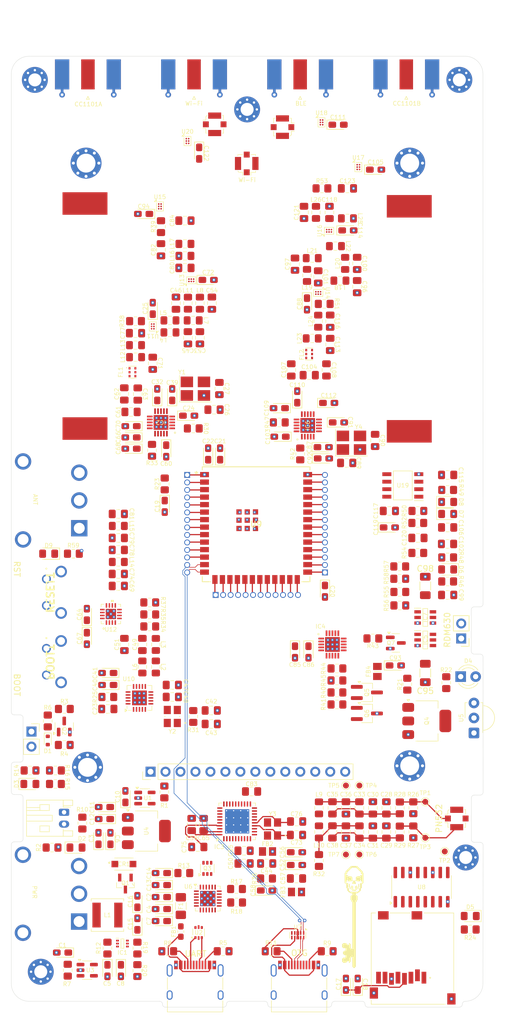
<source format=kicad_pcb>
(kicad_pcb (version 20240108) (generator "pcbnew") (generator_version "8.0")
  (layers (0 "F.Cu" signal) (1 "In1.Cu" power) (2 "In2.Cu" jumper) (31 "B.Cu" signal) (34 "B.Paste" user) (35 "F.Paste" user) (36 "B.SilkS" user "B.Silkscreen") (37 "F.SilkS" user "F.Silkscreen") (38 "B.Mask" user) (39 "F.Mask" user) (44 "Edge.Cuts" user))
  (net 0 "")
  (net 1 "Net-(AE1-A)")
  (net 2 "Net-(AE2-A)")
  (net 3 "Net-(AE3-A)")
  (net 4 "Net-(AE4-A)")
  (net 5 "Net-(AE5-A)")
  (net 6 "Net-(AE6-A)")
  (net 7 "GND")
  (net 8 "+3V3")
  (net 9 "+5V")
  (net 10 "Net-(U6-REGIN)")
  (net 11 "+V_BAT")
  (net 12 "+3.3VA")
  (net 13 "/IO0")
  (net 14 "/EN{slash}RESET")
  (net 15 "Net-(U10-XC1)")
  (net 16 "Net-(U10-XC2)")
  (net 17 "Net-(U10-DVDD)")
  (net 18 "/NRF24_VDD_PA")
  (net 19 "Net-(J7-In)")
  (net 20 "Net-(PWR_SW1-OUT)")
  (net 21 "+V_BAT_5V")
  (net 22 "Net-(FL1-BAL_1)")
  (net 23 "Net-(FL1-BAL_2)")
  (net 24 "Net-(C82-Pad1)")
  (net 25 "Net-(FL2-BAL_1)")
  (net 26 "Net-(FL2-BAL_2)")
  (net 27 "Net-(IC7-NO_(SOURCE1))")
  (net 28 "Net-(D7-K)")
  (net 29 "+V_USB")
  (net 30 "Net-(D1-K)")
  (net 31 "Net-(D2-K)")
  (net 32 "Net-(D4-K)")
  (net 33 "Net-(D5-K)")
  (net 34 "Net-(D6-A)")
  (net 35 "Net-(D6-K)")
  (net 36 "Net-(F1-Pad1)")
  (net 37 "Net-(FL1-UNBAL)")
  (net 42 "Net-(FL2-UNBAL)")
  (net 43 "/PN532_RSTPD_N")
  (net 44 "/PN532_AUX2")
  (net 45 "/PN532_P33")
  (net 46 "/PN532_AUX1")
  (net 47 "/PN532_P30_UART_RX")
  (net 48 "/PN532_P32")
  (net 49 "/PN532_P31_UART_TX")
  (net 50 "/GPIO48_PN532_CS")
  (net 51 "/PN532_SIGOUT")
  (net 52 "/PN532_SIGIN")
  (net 53 "/PN532_IRQ")
  (net 54 "/PN532_RSTOUT_N")
  (net 55 "/PN532_P35")
  (net 56 "/GPIO40_HSPI_MOSI")
  (net 57 "/GPIO41_HSPI_MISO")
  (net 58 "/GPIO39_HSPI_SCK")
  (net 59 "/PN532_P34_SIC_CLK")
  (net 60 "/GPIO8_CC1101A_CS")
  (net 61 "/GPIO17_VSPI_SCK")
  (net 62 "/GPIO15_VSPI_MISO")
  (net 63 "/GPIO16_VSPI_MOSI")
  (net 64 "/GPIO3_CC1101B_CS")
  (net 65 "/RDM630_SIN")
  (net 66 "/GPIO21_RDM630_RX")
  (net 67 "/GPIO14_RDM630_TX")
  (net 68 "/GPIO13_RDM630_CTRL")
  (net 69 "Net-(IC7-COM)")
  (net 70 "/GPIO18_VIBRO")
  (net 71 "/GPIO4_ADC1_3_BAT%")
  (net 72 "/GPIO5_NRF24_CE")
  (net 73 "/GPIO11_CC1101B_GD0")
  (net 74 "/GPIO10_CC1101A_CTRL")
  (net 75 "/GPIO12_CC1101B_CTRL")
  (net 76 "/GPIO6_NRF24_CSN")
  (net 77 "/GPIO9_CC1101A_GD0")
  (net 78 "/GPIO7_NRF24_IRQ")
  (net 79 "/GPIO1_SCREEN_CS")
  (net 80 "/GPIO35_SCREEN_T_IRQ")
  (net 81 "/GPIO47_RDM630_EMULATION")
  (net 82 "/GPIO42_SD_CARD_CS")
  (net 83 "/GPIO36_SCREEN_T_CS")
  (net 84 "/GPIO2_SCREEN_D{slash}C")
  (net 85 "/GPIO38_IR_LED")
  (net 86 "/GPIO37_IR_RECEIVER")
  (net 87 "Net-(U10-ANT1)")
  (net 88 "Net-(U13-RF2)")
  (net 89 "Net-(U13-RF1)")
  (net 91 "/RTS")
  (net 92 "/DTR")
  (net 93 "Net-(Q5-B)")
  (net 94 "Net-(Q7-B)")
  (net 95 "Net-(U1-PROG)")
  (net 96 "Net-(USB_OTG1-CC2)")
  (net 97 "Net-(USB_UART1-CC2)")
  (net 98 "Net-(USB_OTG1-CC1)")
  (net 99 "Net-(USB_UART1-CC1)")
  (net 100 "Net-(U1-STAT)")
  (net 101 "Net-(U6-~{RST})")
  (net 102 "/RX")
  (net 103 "Net-(U6-TXD)")
  (net 104 "/TX")
  (net 105 "Net-(U6-RXD)")
  (net 106 "Net-(U10-IREF)")
  (net 107 "Net-(U13-RFIN)")
  (net 109 "Net-(U6-D+)")
  (net 110 "Net-(U6-D-)")
  (net 111 "Net-(U2-I{slash}O2-Pad3)")
  (net 112 "Net-(U2-I{slash}O1-Pad1)")
  (net 113 "/D+")
  (net 114 "/D-")
  (net 115 "Net-(U6-VPP)")
  (net 131 "Net-(AE7-A)")
  (net 132 "Net-(AE8-A)")
  (net 133 "Net-(IC1-VIN)")
  (net 134 "Net-(IC2-DCOUPL)")
  (net 135 "Net-(IC2-XOSC_Q1)")
  (net 136 "Net-(IC2-XOSC_Q2)")
  (net 137 "Net-(C28-Pad1)")
  (net 138 "Net-(C29-Pad2)")
  (net 139 "Net-(C33-Pad2)")
  (net 140 "Net-(C34-Pad1)")
  (net 141 "Net-(C45-Pad1)")
  (net 142 "Net-(C46-Pad1)")
  (net 143 "Net-(U12-TXRX)")
  (net 144 "Net-(C49-Pad1)")
  (net 145 "Net-(IC3-TVDD)")
  (net 146 "Net-(IC3-AVDD)")
  (net 147 "Net-(C53-Pad1)")
  (net 148 "Net-(C57-Pad1)")
  (net 149 "Net-(IC3-RX)")
  (net 150 "Net-(IC3-VMID)")
  (net 151 "Net-(IC2-RF_P)")
  (net 152 "Net-(IC2-RF_N)")
  (net 153 "Net-(U12-ANT)")
  (net 154 "Net-(C71-Pad1)")
  (net 155 "Net-(IC3-OSCIN)")
  (net 156 "Net-(IC3-SVDD)")
  (net 157 "Net-(IC3-OSCOUT)")
  (net 158 "Net-(C77-Pad1)")
  (net 159 "Net-(C78-Pad1)")
  (net 160 "Net-(IC6-DCOUPL)")
  (net 161 "Net-(IC6-XOSC_Q1)")
  (net 162 "Net-(IC6-XOSC_Q2)")
  (net 163 "Net-(Q5-C)")
  (net 164 "Net-(IC5-NC_(SOURCE2))")
  (net 165 "Net-(C96-Pad1)")
  (net 166 "Net-(IC6-RF_P)")
  (net 167 "Net-(IC6-RF_N)")
  (net 168 "Net-(C113-Pad1)")
  (net 169 "Net-(D1-A)")
  (net 170 "Net-(D3-K)")
  (net 171 "Net-(D5-A)")
  (net 172 "Net-(IC1-FB)")
  (net 173 "Net-(IC1-EN)")
  (net 174 "Net-(IC1-SW)")
  (net 176 "Net-(IC2-RBIAS)")
  (net 177 "Net-(IC2-GDO0_(ATEST))")
  (net 178 "Net-(IC3-TX2)")
  (net 181 "Net-(IC3-TX1)")
  (net 185 "Net-(IC4-P0.0)")
  (net 189 "Net-(IC4-P1.2)")
  (net 199 "Net-(IC5-NO_(SOURCE1))")
  (net 200 "Net-(IC5-COM)")
  (net 201 "Net-(IC6-RBIAS)")
  (net 202 "Net-(IC6-GDO0_(ATEST))")
  (net 204 "Net-(J3-CLK)")
  (net 206 "Net-(J3-CMD)")
  (net 208 "Net-(J3-CD{slash}DAT3)")
  (net 211 "Net-(J5-In)")
  (net 212 "Net-(J5-Ext)")
  (net 213 "Net-(L2-Pad1)")
  (net 214 "Net-(U11-RF2)")
  (net 215 "Net-(U11-RF1)")
  (net 216 "Net-(U14-RF2)")
  (net 217 "Net-(U14-RF1)")
  (net 218 "Net-(Q2-G)")
  (net 219 "Net-(Q4-B)")
  (net 220 "Net-(Q4-C-Pad2)")
  (net 221 "Net-(U3-EN)")
  (net 222 "Net-(U12-TXEN)")
  (net 223 "Net-(U12-RXEN)")
  (net 224 "Net-(U11-RFIN)")
  (net 225 "Net-(U14-RFIN)")
  (net 237 "/ANT_SWITCH_OUT")
  (net 238 "/NRF24_ANT_OUT")
  (net 239 "/CC1101A_ANT_OUT")
  (net 240 "Net-(C97-Pad1)")
  (net 241 "Net-(C100-Pad1)")
  (net 242 "Net-(U16-RF1)")
  (net 243 "Net-(C116-Pad1)")
  (net 244 "Net-(U16-RFIN)")
  (net 245 "Net-(C120-Pad2)")
  (net 246 "Net-(C120-Pad1)")
  (net 247 "Net-(C121-Pad1)")
  (net 248 "/CC1101B_ANT_OUT")
  (net 249 "Net-(U16-RF2)")
  (net 250 "Net-(U19A--)")
  (net 251 "Net-(U19B-+)")
  (net 252 "Net-(U19B--)")
  (net 253 "/ESP32_PIN16_DNC")
  (net 254 "/ESP32_PIN26_DNC")
  (net 255 "Net-(D9-K)")
  (footprint "Inductor_SMD:L_0805_2012Metric_Pad1.15x1.40mm_HandSolder" (layer "F.Cu") (at 65.786 102.108 180)
    (property "Reference" "L15")
    (property "Value" "2.4n")
  )
  (footprint "Package_TO_SOT_SMD:SOT-23-5" (layer "F.Cu") (at 60.5105 177.321)
    (property "Reference" "U3")
    (property "Value" "TLV70036_SOT23-5")
  )
  (footprint "Capacitor_Tantalum_SMD:CP_EIA-2012-12_Kemet-R_Pad1.30x1.05mm_HandSolder" (layer "F.Cu") (at 103.124 84.582)
    (property "Reference" "C91")
    (property "Value" "0.1u")
  )
  (footprint "Resistor_SMD:R_0805_2012Metric_Pad1.20x1.40mm_HandSolder" (layer "F.Cu") (at 115.824 149.828 -90)
    (property "Reference" "R26")
    (property "Value" "NC")
  )
  (footprint "Package_TO_SOT_SMD:SOT-666" (layer "F.Cu") (at 79.4095 170.949 90)
    (property "Reference" "U2")
    (property "Value" "USBLC6-2P6")
  )
  (footprint "Capacitor_SMD:C_0805_2012Metric_Pad1.18x1.45mm_HandSolder" (layer "F.Cu") (at 73.025 55.3505 -90)
    (property "Reference" "C82")
    (property "Value" "~")
  )
  (footprint "Resistor_SMD:R_0805_2012Metric_Pad1.20x1.40mm_HandSolder" (layer "F.Cu") (at 90.932 161.798)
    (property "Reference" "R36")
    (property "Value" "1K")
  )
  (footprint "Resistor_SMD:R_0805_2012Metric_Pad1.20x1.40mm_HandSolder" (layer "F.Cu") (at 55.118 143.51 180)
    (property "Reference" "R16")
    (property "Value" "10K")
  )
  (footprint "Package_LGA:Infineon_PG-TSNP-6-10_0.7x1.1mm_0.7x1.1mm_P0.4mm" (layer "F.Cu") (at 78.1655 60.5185 90)
    (property "Reference" "U13")
    (property "Value" "BGS12WN6E6327XTSA1")
  )
  (footprint "Capacitor_Tantalum_SMD:CP_EIA-2012-12_Kemet-R_Pad1.30x1.05mm_HandSolder" (layer "F.Cu") (at 81.026 60.452)
    (property "Reference" "C72")
    (property "Value" "0.1u")
  )
  (footprint "Package_TO_SOT_SMD:TSOT-23_HandSoldering" (layer "F.Cu") (at 107.95 130.302)
    (property "Reference" "Q5")
    (property "Value" "Q_NPN_BEC")
  )
  (footprint "Capacitor_Tantalum_SMD:CP_EIA-2012-12_Kemet-R_Pad1.30x1.05mm_HandSolder" (layer "F.Cu") (at 95.758 123.444 -90)
    (property "Reference" "C85")
    (property "Value" "0.1u")
  )
  (footprint "Capacitor_Tantalum_SMD:CP_EIA-2012-12_Kemet-R_Pad1.30x1.05mm_HandSolder" (layer "F.Cu") (at 79.502 38.989 -90)
    (property "Reference" "C122")
    (property "Value" "0.1u")
  )
  (footprint "Project_Footprints:118250272" (layer "F.Cu") (at 53.594 122.841 -90)
    (property "Reference" "BOOT1")
    (property "Value" "1-1825027-2" (hide yes))
  )
  (footprint "Package_TO_SOT_SMD:SOT-223-3_TabPin2" (layer "F.Cu") (at 70.549 153.765)
    (property "Reference" "U4")
    (property "Value" "AMS1117-3.3")
  )
  (footprint "Package_DFN_QFN:Diodes_UDFN-10_1.0x2.5mm_P0.5mm" (layer "F.Cu") (at 96.219 171.4115 -90)
    (property "Reference" "U7")
    (property "Value" "ESD7104MUTAG")
  )
  (footprint "Package_TO_SOT_SMD:SOT-23-5" (layer "F.Cu") (at 70.295 148.177)
    (property "Reference" "U1")
    (property "Value" "MCP73831-2-OT")
  )
  (footprint "Resistor_SMD:R_0805_2012Metric_Pad1.20x1.40mm_HandSolder" (layer "F.Cu") (at 113.522 111.052)
    (property "Reference" "R58")
    (property "Value" "1k")
  )
  (footprint "Capacitor_Tantalum_SMD:CP_EIA-2012-12_Kemet-R_Pad1.30x1.05mm_HandSolder" (layer "F.Cu") (at 100.838 113.157 -90)
    (property "Reference" "C20")
    (property "Value" "0.1u")
  )
  (footprint "Resistor_SMD:R_0805_2012Metric_Pad1.20x1.40mm_HandSolder" (layer "F.Cu") (at 63.945 173.577 -90)
    (property "Reference" "R12")
    (property "Value" "100k")
  )
  (footprint "LED_SMD:LED_0805_2012Metric_Pad1.15x1.40mm_HandSolder" (layer "F.Cu") (at 50.791 145.796)
    (property "Reference" "D3")
    (property "Value" "Power_LED")
  )
  (footprint "Resistor_SMD:R_0805_2012Metric_Pad1.20x1.40mm_HandSolder" (layer "F.Cu") (at 102.87 132.334)
    (property "Reference" "R41")
    (property "Value" "1k")
  )
  (footprint "Capacitor_SMD:C_0805_2012Metric_Pad1.18x1.45mm_HandSolder" (layer "F.Cu") (at 108.966 149.844 90)
    (property "Reference" "C30")
    (property "Value" "100p")
  )
  (footprint "Resistor_SMD:R_0805_2012Metric_Pad1.20x1.40mm_HandSolder" (layer "F.Cu") (at 102.87 128.27 180)
    (property "Reference" "R45")
    (property "Value" "1k")
  )
  (footprint "Capacitor_SMD:C_0805_2012Metric_Pad1.18x1.45mm_HandSolder" (layer "F.Cu") (at 116.6075 104.14)
    (property "Reference" "C120")
    (property "Value" "4.7u")
  )
  (footprint "Resistor_SMD:R_0805_2012Metric_Pad1.20x1.40mm_HandSolder" (layer "F.Cu") (at 68.707 67.437 180)
    (property "Reference" "R38")
    (property "Value" "0")
  )
  (footprint "Capacitor_SMD:C_0805_2012Metric_Pad1.18x1.45mm_HandSolder" (layer "F.Cu") (at 75.565 64.389 90)
    (property "Reference" "C46")
    (property "Value" "8.2p")
  )
  (footprint "TestPoint:TestPoint_Pad_D1.0mm" (layer "F.Cu") (at 104.394 146.0555)
    (property "Reference" "TP5")
    (property "Value" "TGND")
  )
  (footprint "Capacitor_SMD:C_0805_2012Metric_Pad1.18x1.45mm_HandSolder" (layer "F.Cu") (at 121.6285 105.156 180)
    (property "Reference" "C102")
    (property "Value" "1n")
  )
  (footprint "Capacitor_Tantalum_SMD:CP_EIA-2012-12_Kemet-R_Pad1.30x1.05mm_HandSolder" (layer "F.Cu") (at 103.06 34.176)
    (property "Reference" "C111")
    (property "Value" "0.1u")
  )
  (footprint "Resistor_SMD:R_0805_2012Metric_Pad1.20x1.40mm_HandSolder" (layer "F.Cu") (at 54.547 156.559)
    (property "Reference" "R2")
    (property "Value" "10K")
  )
  (footprint "Capacitor_SMD:C_0805_2012Metric_Pad1.18x1.45mm_HandSolder" (layer "F.Cu") (at 69.088 79.7775 90)
    (property "Reference" "C63")
    (property "Value" "100p")
  )
  (footprint "TestPoint:TestPoint_Pad_D1.0mm" (layer "F.Cu") (at 104.394 157.7395)
    (property "Reference" "TP7")
    (property "Value" "RX")
  )
  (footprint "Diode_SMD:D_SOD-523" (layer "F.Cu") (at 53.823 138.43 -90)
    (property "Reference" "D1")
    (property "Value" "1N4148WT")
  )
  (footprint "Crystal:Crystal_SMD_3225-4Pin_3.2x2.5mm_HandSoldering" (layer "F.Cu") (at 105.336 88.018)
    (property "Reference" "Y4")
    (property "Value" "26MHz")
  )
  (footprint "Capacitor_Tantalum_SMD:CP_EIA-2012-12_Kemet-R_Pad1.30x1.05mm_HandSolder" (layer "F.Cu") (at 111.76 102.362)
    (property "Reference" "C119")
    (property "Value" "10u")
  )
  (footprint "Inductor_SMD:L_0805_2012Metric_Pad1.15x1.40mm_HandSolder" (layer "F.Cu") (at 77.597 64.389 90)
    (property "Reference" "L11")
    (property "Value" "56n")
  )
  (footprint "Package_LGA:Infineon_PG-TSNP-6-10_0.7x1.1mm_0.7x1.1mm_P0.4mm" (layer "F.Cu") (at 100.257 33.782)
    (property "Reference" "U18")
    (property "Value" "BGS12WN6E6327XTSA1")
  )
  (footprint "Resistor_SMD:R_0805_2012Metric_Pad1.20x1.40mm_HandSolder" (layer "F.Cu") (at 102.87 126.238)
    (property "Reference" "R44")
    (property "Value" "1k")
  )
  (footprint "Capacitor_SMD:C_0805_2012Metric_Pad1.18x1.45mm_HandSolder" (layer "F.Cu") (at 108.966 153.924 -90)
    (property "Reference" "C31")
    (property "Value" "100p")
  )
  (footprint "Capacitor_SMD:C_1206_3216Metric_Pad1.33x1.80mm_HandSolder" (layer "F.Cu") (at 117.856 127 -90)
    (property "Reference" "C95")
    (property "Value" "3.3n")
  )
  (footprint "MountingHole:MountingHole_2.2mm_M2_Pad_Via" (layer "F.Cu") (at 124.714 158.242)
    (property "Reference" "H2" (hide yes))
    (property "Value" "Hole_Pad")
  )
  (footprint "Capacitor_Tantalum_SMD:CP_EIA-2012-12_Kemet-R_Pad1.30x1.05mm_HandSolder" (layer "F.Cu") (at 67.945 85.217 180)
    (property "Reference" "C70")
    (property "Value" "0.1u")
  )
  (footprint "Capacitor_Tantalum_SMD:CP_EIA-2012-12_Kemet-R_Pad1.30x1.05mm_HandSolder" (layer "F.Cu") (at 63.945 177.387 -90)
    (property "Reference" "C5")
    (property "Value" "1u")
  )
  (footprint "Resistor_SMD:R_0805_2012Metric_Pad1.20x1.40mm_HandSolder" (layer "F.Cu") (at 55.118 145.796)
    (property "Reference" "R15")
    (property "Value" "10K")
  )
  (footprint "Inductor_SMD:L_0805_2012Metric_Pad1.15x1.40mm_HandSolder" (layer "F.Cu") (at 97.79 59.69 90)
    (property "Reference" "L19")
    (property "Value" "0")
  )
  (footprint "Resistor_SMD:R_0805_2012Metric_Pad1.20x1.40mm_HandSolder" (layer "F.Cu") (at 113.538 113.284 180)
    (property "Reference" "R55")
    (property "Value" "1k")
  )
  (footprint "Capacitor_SMD:C_0805_2012Metric_Pad1.18x1.45mm_HandSolder" (layer "F.Cu") (at 101.727 71.374 -90)
    (property "Reference" "C113")
    (property "Value" "~")
  )
  (footprint "Project_Footprints:SOT95P284X110-6N" (layer "F.Cu") (at 117.856 117.602)
    (property "Reference" "IC7")
    (property "Value" "DG2001EDV-T1-GE3" (hide yes))
  )
  (footprint "Resistor_SMD:R_0805_2012Metric_Pad1.20x1.40mm_HandSolder" (layer "F.Cu") (at 100.711 64.516)
    (property "Reference" "R51")
    (property "Value" "0")
  )
  (footprint "Connector_Coaxial:SMA_Molex_73251-1153_EdgeMount_Horizontal" (layer "F.Cu") (at 78.635 27.377 -90)
    (property "Reference" "AE7" (hide yes))
    (property "Value" "Antenna_Wi-Fi_SMA")
  )
  (footprint "Resistor_SMD:R_0805_2012Metric_Pad1.20x1.40mm_HandSolder" (layer "F.Cu") (at 116.586 106.68)
    (property "Reference" "R54")
    (property "Value" "1k")
  )
  (footprint "Capacitor_Tantalum_SMD:CP_EIA-2012-12_Kemet-R_Pad1.30x1.05mm_HandSolder" (layer "F.Cu") (at 63.437 149.701 180)
    (property "Reference" "C11")
    (property "Value" "10u")
  )
  (footprint "Capacitor_SMD:C_0805_2012Metric_Pad1.18x1.45mm_HandSolder" (layer "F.Cu") (at 102.108 153.908 -90)
    (property "Reference" "C38")
    (property "Value" "NC")
  )
  (footprint "Capacitor_SMD:C_0805_2012Metric_Pad1.18x1.45mm_HandSolder" (layer "F.Cu") (at 102.108 149.844 90)
    (property "Reference" "C35")
    (property "Value" "NC")
  )
  (footprint "Capacitor_SMD:C_0805_2012Metric_Pad1.18x1.45mm_HandSolder" (layer "F.Cu") (at 81.55 133.35)
    (property "Reference" "C42")
    (property "Value" "22p")
  )
  (footprint "Resistor_SMD:R_0805_2012Metric_Pad1.20x1.40mm_HandSolder" (layer "F.Cu") (at 93.091 84.582 180)
    (property "Reference" "R47")
    (property "Value" "56K")
  )
  (footprint "Capacitor_Tantalum_SMD:CP_EIA-2012-12_Kemet-R_Pad1.30x1.05mm_HandSolder" (layer "F.Cu") (at 60.452 117.094 90)
    (property "Reference" "C64")
    (property "Value" "10u")
  )
  (footprint "Resistor_SMD:R_0805_2012Metric_Pad1.20x1.40mm_HandSolder" (layer "F.Cu") (at 114.808 128.897 90)
    (property "Reference" "R21")
    (property "Value" "330")
  )
  (footprint "Inductor_SMD:L_0805_2012Metric_Pad1.15x1.40mm_HandSolder" (layer "F.Cu") (at 99.822 153.908 90)
    (property "Reference" "L10")
    (property "Value" "560n")
  )
  (footprint "Resistor_SMD:R_0805_2012Metric_Pad1.20x1.40mm_HandSolder" (layer "F.Cu") (at 121.65 111.506)
    (property "Reference" "R46")
    (property "Value" "10R")
  )
  (footprint "Project_Footprints:118250272" (layer "F.Cu") (at 53.594 111.086 -90)
    (property "Reference" "RESET1")
    (property "Value" "1-1825027-2" (hide yes))
  )
  (footprint "MountingHole:MountingHole_2.2mm_M2_Pad_Via" (layer "F.Cu") (at 52.635 177.587)
    (property "Reference" "H1" (hide yes))
    (property "Value" "Hole_Pad")
  )
  (footprint "Diode_SMD:D_0805_2012Metric_Pad1.15x1.40mm_HandSolder" (layer "F.Cu") (at 121.65 100.076)
    (property "Reference" "D7")
    (property "Value" "D")
  )
  (footprint "Resistor_SMD:R_0805_2012Metric_Pad1.20x1.40mm_HandSolder" (layer "F.Cu") (at 73.597 147.145 90)
    (property "Reference" "R1")
    (property "Value" "4.7K")
  )
  (footprint "Package_DFN_QFN:QFN-20-1EP_4x4mm_P0.5mm_EP2.5x2.5mm" (layer "F.Cu") (at 69.374 131.2235 90)
    (property "Reference" "U10")
    (property "Value" "nRF24L01P")
  )
  (footprint "Capacitor_Tantalum_SMD:CP_EIA-2012-12_Kemet-R_Pad1.30x1.05mm_HandSolder" (layer "F.Cu") (at 73.089 162.909 180)
    (property "Reference" "C13")
    (property "Value" "22u")
  )
  (footprint "Resistor_SMD:R_0805_2012Metric_Pad1.20x1.40mm_HandSolder" (layer "F.Cu") (at 78.502 85.598)
    (property "Reference" "R30")
    (property "Value" "330")
  )
  (footprint "Capacitor_SMD:C_0805_2012Metric_Pad1.18x1.45mm_HandSolder" (layer "F.Cu") (at 77.089 58.42)
    (property "Reference" "C80")
    (property "Value" "~")
  )
  (footprint "Diode_SMD:D_0805_2012Metric_Pad1.15x1.40mm_HandSolder" (layer "F.Cu") (at 121.65 98.044)
    (property "Reference" "D8")
    (property "Value" "D")
  )
  (footprint "Project_Footprints:XDCR_ANT-433-HESM" (layer "F.Cu") (at 60.135 66.567 90)
    (property "Reference" "AE2" (hide yes))
    (property "Value" "Antenna_CC1101A_PCB")
  )
  (footprint "Project_Footprints:GCT_MEM2061-01-188-00-A_REVA" (layer "F.Cu") (at 115.685 175.362)
    (property "Reference" "J3" (hide yes))
    (property "Value" "MEM2061-01-188-00-A_REVA")
  )
  (footprint "LED_SMD:LED_0805_2012Metric_Pad1.15x1.40mm_HandSolder" (layer "F.Cu") (at 58.611 156.559)
    (property "Reference" "D2")
    (property "Value" "Charging_LED")
  )
  (footprint "Resistor_SMD:R_0805_2012Metric_Pad1.20x1.40mm_HandSolder" (layer "F.Cu") (at 113.538 153.924 90)
    (property "Reference" "R29")
    (property "Value" "1.5")
  )
  (footprint "Resistor_SMD:R_0805_2012Metric_Pad1.20x1.40mm_HandSolder" (layer "F.Cu") (at 64.008 131.064 180)
    (property "Reference" "R25")
    (property "Value" "22k")
  )
  (footprint "MountingHole:MountingHole_2.2mm_M2_Pad_Via" (layer "F.Cu") (at 51.635 26.587)
    (property "Reference" "H3" (hide yes))
    (property "Value" "Hole_Pad")
  )
  (footprint "Connector_Coaxial:SMA_Molex_73251-1153_EdgeMount_Horizontal" (layer "F.Cu") (at 96.635 27.377 -90)
    (property "Reference" "AE5" (hide yes))
    (property "Value" "Antenna_NRF24_SMA")
  )
  (footprint "Capacitor_SMD:C_0805_2012Metric_Pad1.18x1.45mm_HandSolder" (layer "F.Cu") (at 106.68 149.844 90)
    (property "Reference" "C33")
    (property "Value" "22p")
  )
  (footprint "LED_THT:LED_D3.0mm_IRBlack" (layer "F.Cu") (at 123.86 127.62)
    (property "Reference" "D4")
    (property "Value" "IR204A")
  )
  (footprint "TestPoint:TestPoint_Pad_D1.0mm" (layer "F.Cu") (at 117.856 148.812)
    (property "Reference" "TP1")
    (property "Value" "TX1_PRE")
  )
  (footprint "Capacitor_SMD:C_0805_2012Metric_Pad1.18x1.45mm_HandSolder" (layer "F.Cu") (at 95.758 57.785 -90)
    (property "Reference" "C97")
    (property "Value" "8.2p")
  )
  (footprint "Resistor_SMD:R_0805_2012Metric_Pad1.20x1.40mm_HandSolder" (layer "F.Cu") (at 108.966 121.158)
    (property "Reference" "R43")
    (property "Value" "10K")
  )
  (footprint "Capacitor_Tantalum_SMD:CP_EIA-2012-12_Kemet-R_Pad1.30x1.05mm_HandSolder" (layer "F.Cu") (at 73.089 169.005 180)
    (property "Reference" "C7")
    (property "Value" "4u7")
  )
  (footprint "Capacitor_SMD:C_0805_2012Metric_Pad1.18x1.45mm_HandSolder" (layer "F.Cu") (at 106.299 57.658 -90)
    (property "Reference" "C100")
    (property "Value" "~")
  )
  (footprint "OptoDevice:Vishay_MINICAST-3Pin" (layer "F.Cu") (at 126.11 137.16 90)
    (property "Reference" "U5")
    (property "Value" "TSOP382xx")
  )
  (footprint "Capacitor_Tantalum_SMD:CP_EIA-2012-12_Kemet-R_Pad1.30x1.05mm_HandSolder" (layer "F.Cu") (at 73.914 89.408 -90)
    (property "Reference" "C60")
    (property "Value" "0.1u")
  )
  (footprint "Capacitor_SMD:C_0805_2012Metric_Pad1.18x1.45mm_HandSolder" (layer "F.Cu") (at 96.012 154.432 180)
    (property "Reference" "C73")
    (property "Value" "33p")
  )
  (footprint "Capacitor_SMD:C_0805_2012Metric_Pad1.18x1.45mm_HandSolder" (layer "F.Cu") (at 121.65 113.792)
    (property "Reference" "C99")
    (property "Value" "~")
  )
  (footprint "Capacitor_SMD:C_0805_2012Metric_Pad1.18x1.45mm_HandSolder" (layer "F.Cu") (at 121.65 102.362 180)
    (property "Reference" "C106")
    (property "Value" "4.7u")
  )
  (footprint "Capacitor_Tantalum_SMD:CP_EIA-2012-12_Kemet-R_Pad1.30x1.05mm_HandSolder" (layer "F.Cu") (at 64.008 127 180)
    (property "Reference" "C41")
    (property "Value" "10u")
  )
  (footprint "Crystal:Crystal_SMD_3225-4Pin_3.2x2.5mm_HandSoldering" (layer "F.Cu") (at 78.867 78.867)
    (property "Reference" "Y1")
    (property "Value" "26MHz")
  )
  (footprint "Capacitor_SMD:C_0805_2012Metric_Pad1.18x1.45mm_HandSolder" (layer "F.Cu") (at 109.347 87.63 -90)
    (property "Reference" "C90")
    (property "Value" "9p")
  )
  (footprint "Inductor_SMD:L_0805_2012Metric_Pad1.15x1.40mm_HandSolder" (layer "F.Cu") (at 99.314 49.022 90)
    (property "Reference" "L26")
    (property "Value" "2.2n")
  )
  (footprint "Capacitor_SMD:C_0805_2012Metric_Pad1.18x1.45mm_HandSolder" (layer "F.Cu") (at 111.252 153.924 -90)
    (property "Reference" "C29")
    (property "Value" "NC")
  )
  (footprint "Capacitor_Tantalum_SMD:CP_EIA-2012-12_Kemet-R_Pad1.30x1.05mm_HandSolder" (layer "F.Cu") (at 70.0825 49.276 180)
    (property "Reference" "C94")
    (property "Value" "0.1u")
  )
  (footprint "Inductor_SMD:L_0805_2012Metric_Pad1.15x1.40mm_HandSolder" (layer "F.Cu") (at 72.152 125.984 -90)
    (property "Reference" "L2")
    (property "Value" "8.2n")
  )
  (footprint "Package_TO_SOT_SMD:SOT-23" (layer "F.Cu") (at 112.8545 121.92)
    (property "Reference" "Q7")
    (property "Value" "MMBT5551L")
  )
  (footprint "Capacitor_Tantalum_SMD:CP_EIA-2012-12_Kemet-R_Pad1.30x1.05mm_HandSolder" (layer "F.Cu") (at 66.993 147.9445 90)
    (property "Reference" "C10")
    (property "Value" "100n")
  )
  (footprint "Capacitor_SMD:C_0805_2012Metric_Pad1.18x1.45mm_HandSolder" (layer "F.Cu") (at 90.9535 159.258 180)
    (property "Reference" "C44")
    (property "Value" "0.1u")
  )
  (footprint "Capacitor_Tantalum_SMD:CP_EIA-2012-12_Kemet-R_Pad1.30x1.05mm_HandSolder" (layer "F.Cu") (at 96.139 80.264 90)
    (property "Reference" "C110")
    (property "Value" "0.1u")
  )
  (footprint "Inductor_SMD:L_0805_2012Metric_Pad1.15x1.40mm_HandSolder" (layer "F.Cu") (at 104.267 57.658 90)
    (property "Reference" "L20")
    (property "Value" "0")
  )
  (footprint "Inductor_SMD:L_0805_2012Metric_Pad1.15x1.40mm_HandSolder" (layer "F.Cu") (at 78.486 67.31)
    (property "Reference" "L7")
    (property "Value" "0")
  )
  (footprint "Project_Footprints:ESP32-S3-WROOM-1U_EXP" (layer "F.Cu") (at 89.159 101.825)
    (property "Reference" "U9")
    (property "Value" "ESP32-S3-WROOM-1U-N16R2")
  )
  (footprint "Resistor_SMD:R_0805_2012Metric_Pad1.20x1.40mm_HandSolder" (layer "F.Cu") (at 50.816 143.51)
    (property "Reference" "R14")
    (property "Value" "1.5K")
  )
  (footprint "Project_Footprints:SOTFL50P160X60-6N" (layer "F.Cu") (at 66.485 172.815)
    (property "Reference" "IC1")
    (property "Value" "TPS61023DRLT" (hide yes))
  )
  (footprint "Package_SO:SOIC-16_3.9x9.9mm_P1.27mm" (layer "F.Cu") (at 117.221 163.257 90)
    (property "Reference" "U8")
    (property "Value" "4050")
  )
  (footprint "Capacitor_SMD:C_0805_2012Metric_Pad1.18x1.45mm_HandSolder" (layer "F.Cu") (at 111.76 99.568)
    (property "Reference" "C117")
    (property "Value" "100n")
  )
  (footprint "Connector_PinSocket_1.27mm:PinSocket_1x12_P1.27mm_Vertical" (layer "F.Cu") (at 82.296 113.792 90)
    (property "Reference" "J9" (hide yes))
    (property "Value" "Conn_01x12")
  )
  (footprint "Capacitor_SMD:C_0805_2012Metric_Pad1.18x1.45mm_HandSolder" (layer "F.Cu") (at 111.252 149.844 90)
    (property "Reference" "C28")
    (property "Value" "NC")
  )
  (footprint "Resistor_SMD:R_0805_2012Metric_Pad1.20x1.40mm_HandSolder" (layer "F.Cu") (at 69.025 173.577 -90)
    (property "Reference" "R19")
    (property "Value" "732k")
  )
  (footprint "Capacitor_Tantalum_SMD:CP_EIA-2012-12_Kemet-R_Pad1.30x1.05mm_HandSolder" (layer "F.Cu") (at 93.091 82.169 180)
    (property "Reference" "C109")
    (property "Value" "0.1u")
  )
  (footprint "Inductor_SMD:L_0805_2012Metric_Pad1.15x1.40mm_HandSolder" (layer "F.Cu") (at 79.629 64.389 90)
    (property "Reference" "L8")
    (property "Value" "2.7n")
  )
  (footprint "Capacitor_SMD:C_0805_2012Metric_Pad1.18x1.45mm_HandSolder" (layer "F.Cu") (at 65.786 104.14 180)
    (property "Reference" "C79")
    (property "Value" "1.5p")
  )
  (footprint "Package_TO_SOT_SMD:TSOT-23_HandSoldering" (layer "F.Cu") (at 107.95 133.858)
    (property "Reference" "Q6")
    (property "Value" "Q_PNP_BEC")
  )
  (footprint "Fuse:Fuse_1206_3216Metric_Pad1.42x1.75mm_HandSolder" (layer "F.Cu") (at 76.391 166.465 90)
    (property "Reference" "F1")
    (property "Value" "Polyfuse 1A")
  )
  (footprint "Project_Footprints:QFN50P400X400X100-21N-D" (layer "F.Cu") (at 97.917 85.09 90)
    (property "Reference" "IC6")
    (property "Value" "CC1101RGPR" (hide yes))
  )
  (footprint "Resistor_SMD:R_0805_2012Metric_Pad1.20x1.40mm_HandSolder" (layer "F.Cu") (at 116.586 101.6 180)
    (property "Reference" "R52")
    (property "Value" "1M")
  )
  (footprint "Capacitor_Tantalum_SMD:CP_EIA-2012-12_Kemet-R_Pad1.30x1.05mm_HandSolder" (layer "F.Cu") (at 81.026 89.916 90)
    (property "Reference" "C22")
    (property "Value" "10u")
  )
  (footprint "Capacitor_Tantalum_SMD:CP_EIA-2012-12_Kemet-R_Pad1.30x1.05mm_HandSolder" (layer "F.Cu") (at 100.543 88.773)
    (property "Reference" "C87")
    (property "Value" "0.1u")
  )
  (footprint "Inductor_SMD:L_0805_2012Metric_Pad1.15x1.40mm_HandSolder" (layer "F.Cu") (at 65.786 108.204)
    (property "Reference" "L14")
    (property "Value" "2.4n")
  )
  (footprint "Capacitor_Tantalum_SMD:CP_EIA-2012-12_Kemet-R_Pad1.30x1.05mm_HandSolder" (layer "F.Cu") (at 71.628 65.278 90)
    (property "Reference" "C25")
    (property "Value" "0.1u")
  )
  (footprint "Connector_Coaxial:U.FL_Molex_MCRF_73412-0110_Vertical" (layer "F.Cu") (at 82.135 34.112 -90)
    (property "Reference" "AE8" (hide yes))
    (property "Value" "Antenna_Wi-Fi_TBAR")
  )
  (footprint "Inductor_SMD:L_0805_2012Metric_Pad1.15x1.40mm_HandSolder" (layer "F.Cu") (at 99.695 67.437 90)
    (property "Reference" "L24")
    (property "Value" "6.8n")
  )
  (footprint "Capacitor_SMD:C_0805_2012Metric_Pad1.18x1.45mm_HandSolder" (layer "F.Cu") (at 65.786 100.076)
    (property "Reference" "C81")
    (property "Value" "1.5p")
  )
  (footprint "Resistor_SMD:R_0805_2012Metric_Pad1.20x1.40mm_HandSolder" (layer "F.Cu") (at 121.412 128.643 -90)
    (property "Reference" "R22")
    (property "Value" "50")
  )
  (footprint "Capacitor_SMD:C_0805_2012Metric_Pad1.18x1.45mm_HandSolder" (layer "F.Cu") (at 80.264 152.654 90)
    (property "Reference" "C65")
    (property "Value" "0.1u")
  )
  (footprint "Project_Footprints:RFX2401C_SKY" (layer "F.Cu") (at 64.527999 117.0178 90)
    (property "Reference" "U12")
    (property "Value" "RFX2401C")
  )
  (footprint "Capacitor_SMD:C_0805_2012Metric_Pad1.18x1.45mm_HandSolder" (layer "F.Cu") (at 65.786 112.268)
    (property "Reference" "C69")
    (property "Value" "0.3p")
  )
  (footprint "Capacitor_Tantalum_SMD:CP_EIA-2012-12_Kemet-R_Pad1.30x1.05mm_HandSolder" (layer "F.Cu") (at 73.66 98.7845 -90)
    (property "Reference" "C19")
    (property "Value" "0.1u")
  )
  (footprint "Capacitor_SMD:C_0805_2012Metric_Pad1.18x1.45mm_HandSolder" (layer "F.Cu") (at 79.629 70.2525 -90)
    (property "Reference" "C53")
    (property "Value" "~")
  )
  (footprint "Resistor_SMD:R_0805_2012Metric_Pad1.20x1.40mm_HandSolder" (layer "F.Cu") (at 101.219 174.117)
    (property "Reference" "R9")
    (property "Value" "5k1")
  )
  (footprint "TestPoint:TestPoint_Pad_D1.0mm" (layer "F.Cu") (at 106.68 146.0555)
    (property "Reference" "TP4")
    (property "Value" "TX1_POST")
  )
  (footprint "Inductor_SMD:L_0603_1608Metric_Pad1.05x0.95mm_HandSolder" (layer "F.Cu") (at 76.391 170.783 90)
    (property "Reference" "FB1")
    (property "Value" "BLM21PG221")
  )
  (footprint "Capacitor_SMD:C_0805_2012Metric_Pad1.18x1.45mm_HandSolder" (layer "F.Cu") (at 106.299 61.595 -90)
    (property "Reference" "C96")
    (property "Value" "~")
  )
  (footprint "Ferrite:BEADC2012X145N" (layer "F.Cu") (at 96.012 164.084 180)
    (property "Reference" "FB3")
    (property "Value" "FerriteBead_Small" (hide yes))
  )
  (footprint "Resistor_SMD:R_0805_2012Metric_Pad1.20x1.40mm_HandSolder" (layer "F.Cu") (at 53.823 135.128 -90)
    (property "Reference" "R6")
    (property "Value" "22")
  )
  (footprint "Resistor_SMD:R_0805_2012Metric_Pad1.20x1.40mm_HandSolder" (layer "F.Cu") (at 121.65 96.012 180)
    (property "Reference" "R49")
    (property "Value" "1M")
  )
  (footprint "Connector_Coaxial:U.FL_Molex_MCRF_73412-0110_Vertical" (layer "F.Cu") (at 93.635 34.587 90)
    (property "Reference" "AE6" (hide yes))
    (property "Value" "Antenna_NRF24_IPEX")
  )
  (footprint "Capacitor_Tantalum_SMD:CP_EIA-2012-12_Kemet-R_Pad1.30x1.05mm_HandSolder" (layer "F.Cu") (at 104.734 52.07)
    (property "Reference" "C114")
    (property "Value" "0.1u")
  )
  (footprint "Resistor_SMD:R_0805_2012Metric_Pad1.20x1.40mm_HandSolder" (layer "F.Cu") (at 99.822 158.75 -90)
    (property "Reference" "R32")
    (property "Value" "1.69K")
  )
  (footprint "Resistor_SMD:R_0805_2012Metric_Pad1.20x1.40mm_HandSolder" (layer "F.Cu") (at 85.836 163.576)
    (property "Reference" "R17")
    (property "Value" "22R")
  )
  (footprint "Project_Footprints:SOT95P284X110-6N" (layer "F.Cu") (at 117.856 121.412)
    (property "Reference" "IC5")
    (property "Value" "DG2001EDV-T1-GE3" (hide yes))
  )
  (footprint "Resistor_SMD:R_0805_2012Metric_Pad1.20x1.40mm_HandSolder" (layer "F.Cu") (at 56.633 133.096)
    (property "Reference" "R3")
    (property "Value" "150")
  )
  (footprint "Capacitor_Tantalum_SMD:CP_EIA-2012-12_Kemet-R_Pad1.30x1.05mm_HandSolder" (layer "F.Cu") (at 93.218 86.995 180)
    (property "Reference" "C103")
    (property "Value" "0.1u")
  )
  (footprint "Diode_SMD:D_0805_2012Metric_Pad1.15x1.40mm_HandSolder" (layer "F.Cu") (at 121.65 109.474 180)
    (property "Reference" "D6")
    (property "Value" "D")
  )
  (footprint "Resistor_SMD:R_0805_2012Metric_Pad1.20x1.40mm_HandSolder" (layer "F.Cu") (at 113.522 108.966)
    (property "Reference" "R57")
    (property "Value" "1M")
  )
  (footprint "Capacitor_SMD:C_0805_2012Metric_Pad1.18x1.45mm_HandSolder" (layer "F.Cu") (at 96.0335 152.146)
    (property "Reference" "C76")
    (property "Value" "33p")
  )
  (footprint "Inductor_SMD:L_0805_2012Metric_Pad1.15x1.40mm_HandSolder" (layer "F.Cu") (at 104.648 50.038 180)
    (property "Reference" "L25")
    (property "Value" "~")
  )
  (footprint "Resistor_SMD:R_0805_2012Metric_Pad1.20x1.40mm_HandSolder" (layer "F.Cu") (at 73.66 94.996 -90)
    (property "Reference" "R23")
    (property "Value" "10K")
  )
  (footprint "Capacitor_Tantalum_SMD:CP_EIA-2012-12_Kemet-R_Pad1.30x1.05mm_HandSolder" (layer "F.Cu") (at 106.394 179.705 90)
    (property "Reference" "C18")
    (property "Value" "10u")
  )
  (footprint "Capacitor_Tantalum_SMD:CP_EIA-2012-12_Kemet-R_Pad1.30x1.05mm_HandSolder" (layer "F.Cu") (at 69.025 169.513 90)
    (property "Reference" "C15")
    (property "Value" "22u")
  )
  (footprint "Capacitor_SMD:C_0805_2012Metric_Pad1.18x1.45mm_HandSolder" (layer "F.Cu") (at 88.392 147.066)
    (property "Reference" "C83")
    (property "Value" "0.1u")
  )
  (footprint "Project_Footprints:PWR-SW" (layer "F.Cu") (at 51.769 164.261)
    (property "Reference" "PWR_SW1" (hide yes))
    (property "Value" "734-7296")
  )
  (footprint "Package_LGA:Infineon_PG-TSNP-6-10_0.7x1.1mm_0.7x1.1mm_P0.4mm" (layer "F.Cu") (at 72.844 48.006)
    (property "Reference" "U15")
    (property "Value" "BGS12WN6E6327XTSA1")
  )
  (footprint "Connector_Coaxial:SMA_Molex_73251-1153_EdgeMount_Horizontal" (layer "F.Cu") (at 114.635 27.377 -90)
    (property "Reference" "AE3" (hide yes))
    (property "Value" "Antenna_CC1101B_SMA")
  )
  (footprint "Capacitor_Tantalum_SMD:CP_EIA-2012-12_Kemet-R_Pad1.30x1.05mm_HandSolder" (layer "F.Cu") (at 90.932 163.83)
    (property "Reference" "C58")
    (property "Value" "0.1u")
  )
  (footprint "Capacitor_Tantalum_SMD:CP_EIA-2012-12_Kemet-R_Pad1.30x1.05mm_HandSolder" (layer "F.Cu") (at 73.089 160.877 180)
    (property "Reference" "C14")
    (property "Value" "100n")
  )
  (footprint "Resistor_SMD:R_0805_2012Metric_Pad1.20x1.40mm_HandSolder" (layer "F.Cu") (at 100.33 44.958 180)
    (property "Reference" "R53")
    (property "Value" "0")
  )
  (footprint "Package_TO_SOT_SMD:SOT-363_SC-70-6" (layer "F.Cu") (at 80.884 160.086 90)
    (property "Reference" "Q3")
    (property "Value" "UMH3N")
  )
  (footprint "Capacitor_Tantalum_SMD:CP_EIA-2012-12_Kemet-R_Pad1.30x1.05mm_HandSolder" (layer "F.Cu") (at 64.008 129.032 180)
    (property "Reference" "C40")
    (property "Value" "0.1u")
  )
  (footprint "Resistor_SMD:R_0805_2012Metric_Pad1.20x1.40mm_HandSolder" (layer "F.Cu") (at 78.502 134.366 -90)
    (property "Reference" "R31")
    (property "Value" "1M")
  )
  (footprint "Resistor_SMD:R_0805_2012Metric_Pad1.20x1.40mm_HandSolder" (layer "F.Cu") (at 96.647 89.916 -90)
    (property "Reference" "R42")
    (property "Value" "330")
  )
  (footprint "Connector_JST:JST_PH_S2B-PH-K_1x02_P2.00mm_Horizontal" (layer "F.Cu") (at 56.585 150.587 -90)
    (property "Reference" "JSTPH1" (hide yes))
    (property "Value" "Battery Plug")
  )
  (footprint "Capacitor_Tantalum_SMD:CP_EIA-2012-12_Kemet-R_Pad1.30x1.05mm_HandSolder" (layer "F.Cu") (at 69.025 165.703 90)
    (property "Reference" "C16")
    (property "Value" "22u")
  )
  (footprint "Resistor_SMD:R_0805_2012Metric_Pad1.20x1.40mm_HandSolder" (layer "F.Cu") (at 113.538 115.57)
    (property "Reference" "R56")
    (property "Value" "1k")
  )
  (footprint "Capacitor_Tantalum_SMD:CP_EIA-2012-12_Kemet-R_Pad1.30x1.05mm_HandSolder" (layer "F.Cu") (at 73.089 164.941 180)
    (property "Reference" "C2")
    (property "Value" "22u")
  )
  (footprint "Ferrite:BEADC2012X145N" (layer "F.Cu") (at 109.728 126.746 90)
    (property "Reference" "FB4")
    (property "Value" "FerriteBead" (hide yes))
  )
  (footprint "Inductor_SMD:L_0805_2012Metric_Pad1.15x1.40mm_HandSolder" (layer "F.Cu") (at 98.679 70.358)
    (property "Reference" "L23")
    (property "Value" "3.3n")
  )
  (footprint "Capacitor_SMD:C_0805_2012Metric_Pad1.18x1.45mm_HandSolder" (layer "F.Cu") (at 64.008 133.096)
    (property "Reference" "C23")
    (property "Value" "33n")
  )
  (footprint "Capacitor_SMD:C_0805_2012Metric_Pad1.18x1.45mm_HandSolder" (layer "F.Cu") (at 67.945 82.804)
    (property "Reference" "C61")
    (property "Value" "0.6p")
  )
  (footprint "Inductor_SMD:L_0805_2012Metric_Pad1.15x1.40mm_HandSolder" (layer "F.Cu") (at 99.822 149.844 -90)
    (property "Reference" "L9")
    (property "Value" "560n")
  )
  (footprint "Package_LGA:Infineon_PG-TSNP-6-10_0.7x1.1mm_0.7x1.1mm_P0.4mm" (layer "F.Cu") (at 106.503 41.351)
    (property "Reference" "U17")
    (property "Value" "BGS12WN6E6327XTSA1")
  )
  (footprint "Project_Footprints:4.0_TFT_Display" (layer "F.Cu") (at 56.89385 37.6795)
    (property "Reference" "SCREEN1" (hide yes))
    (property "Value" "~")
  )
  (footprint "Connector_PinSocket_1.27mm:PinSocket_1x14_P1.27mm_Vertical" (layer "F.Cu") (at 100.838 109.982 180)
    (property "Reference" "J10" (hide yes))
    (property "Value" "Conn_01x14")
  )
  (footprint "Capacitor_Tantalum_SMD:CP_EIA-2012-12_Kemet-R_Pad1.30x1.05mm_HandSolder" (layer "F.Cu") (at 112.776 125.73)
    (property "Reference" "C93")
    (property "Value" "0.1u")
  )
  (footprint "DGM3415U:SOT95P240X105-3N" (layer "F.Cu") (at 66.993 162.655 -90)
    (property "Reference" "Q1")
    (property "Value" "DMG3415U")
  )
  (footprint "Package_LGA:Infineon_PG-TSNP-6-10_0.7x1.1mm_0.7x1.1mm_P0.4mm" (layer "F.Cu") (at 101.5335 52.1365 90)
    (property "Reference" "U16")
    (property "Value" "BGS12WN6E6327XTSA1")
  )
  (footprint "Inductor_SMD:L_0805_2012Metric_Pad1.15x1.40mm_HandSolder" (layer "F.Cu") (at 103.378 60.579)
    (property "Reference" "L18")
    (property "Value" "0")
  )
  (footprint "Connector_Coaxial:SMA_Molex_73251-1153_EdgeMount_Horizontal" (layer "F.Cu") (at 60.635 27.377 -90)
    (property "Reference" "AE1" (hide yes))
    (property "Value" "Antenna_CC1101A_SMA")
  )
  (footprint "Capacitor_SMD:C_0805_2012Metric_Pad1.18x1.45mm_HandSolder" (layer "F.Cu") (at 68.707 69.469)
    (property "Reference" "C77")
    (property "Value" "1.2p")
  )
  (footprint "Capacitor_SMD:C_0805_2012Metric_Pad1.18x1.45mm_HandSolder" (layer "F.Cu") (at 87.122 157.099)
    (property "Reference" "C55")
    (property "Value" "0.1u")
  )
  (footprint "Resistor_SMD:R_0805_2012Metric_Pad1.20x1.40mm_HandSolder" (layer "F.Cu") (at 125.476 170.434)
    (property "Reference" "R24")
    (property "Value" "1.5K")
  )
  (footprint "Capacitor_SMD:C_0805_2012Metric_Pad1.18x1.45mm_HandSolder" (layer "F.Cu") (at 98.171 76.581)
    (property "Reference" "C104")
    (property "Value" "0.6p")
  )
  (footprint "Capacitor_Tantalum_SMD:CP_EIA-2012-12_Kemet-R_Pad1.30x1.05mm_HandSolder" (layer "F.Cu") (at 73.089 166.973 180)
    (property "Reference" "C4")
    (property "Value" "100n")
  )
  (footprint "Connector_Coaxial:U.FL_Molex_MCRF_73412-0110_Vertical" (layer "F.Cu") (at 123.19 151.638 -90)
    (property "Reference" "J5" (hide yes))
    (property "Value" "PN532_Antenna_Coax")
  )
  (footprint "Package_DFN_QFN:HVQFN-40-1EP_6x6mm_P0.5mm_EP4.1x4.1mm_ThermalVias" (layer "F.Cu") (at 85.944 152.124 90)
    (property "Reference" "IC3")
    (property "Value" "PN5321A3HN_C106,55")
  )
  (footprint "Project_Footprints:B0310J50100AHF" (layer "F.Cu") (at 68.186 76.073 -90)
    (property "Reference" "FL1")
    (property "Value" "B0310J50100AHF" (hide yes))
  )
  (footprint "Capacitor_SMD:C_0805_2012Metric_Pad1.18x1.45mm_HandSolder" (layer "F.Cu") (at 101.6 49.022 -90)
    (property "Reference" "C118")
    (property "Value" "~")
  )
  (footprint "Inductor_SMD:L_0805_2012Metric_Pad1.15x1.40mm_HandSolder" (layer "F.Cu") (at 68.716 73.533)
    (property "Reference" "L12")
    (property "Value" "3.3n")
  )
  (footprint "Resistor_SMD:R_0805_2012Metric_Pad1.20x1.40mm_HandSolder" (layer "F.Cu") (at 56.617 139.192)
    (property "Reference" "R4")
    (property "Value" "10K")
  )
  (footprint "Capacitor_SMD:C_0805_2012Metric_Pad1.18x1.45mm_HandSolder" (layer "F.Cu") (at 69.866 122.174 90)
    (property "Reference" "C49")
    (property "Value" "1.5p")
  )
  (footprint "Capacitor_SMD:C_0805_2012Metric_Pad1.18x1.45mm_HandSolder" (layer "F.Cu") (at 74.946 131.064 180)
    (property "Reference" "C48")
    (property "Value" "4.7p")
  )
  (footprint "Capacitor_Tantalum_SMD:CP_EIA-2012-12_Kemet-R_Pad1.30x1.05mm_HandSolder" (layer "F.Cu") (at 64.453 155.035 90)
    (property "Reference" "C6")
    (property "Value" "0.1u")
  )
  (footprint "Capacitor_Tantalum_SMD:CP_EIA-2012-12_Kemet-R_Pad1.30x1.05mm_HandSolder" (layer "F.Cu") (at 63.437 151.733 180)
    (property "Reference" "C12")
    (property "Value" "0.1u")
  )
  (footprint "Resistor_SMD:R_0805_2012Metric_Pad1.20x1.40mm_HandSolder" (layer "F.Cu") (at 59.69 152.416 -90)
    (property "Reference" "R10")
    (property "Value" "1.5K")
  )
  (footprint "Resistor_SMD:R_0805_2012Metric_Pad1.20x1.40mm_HandSolder" (layer "F.Cu") (at 115.824 153.908 90)
    (property "Reference" "R27")
    (property "Value" "NC")
  )
  (footprint "Capacitor_SMD:C_0805_2012Metric_Pad1.18x1.45mm_HandSolder" (layer "F.Cu") (at 65.786 106.172 180)
    (property "Reference" "C78")
    (property "Value" "1.5p")
  )
  (footprint "Capacitor_SMD:C_0805_2012Metric_Pad1.18x1.45mm_HandSolder" (layer "F.Cu") (at 65.786 110.236)
    (property "Reference" "C74")
    (property "Value" "1.5p")
  )
  (footprint "Capacitor_Tantalum_SMD:CP_EIA-2012-12_Kemet-R_Pad1.30x1.05mm_HandSolder" (layer "F.Cu") (at 56.325 174.339 180)
    (property "Reference" "C1")
    (property "Value" "1u")
  )
  (footprint "Resistor_SMD:R_0805_2012Metric_Pad1.20x1.40mm_HandSolder" (layer "F.Cu") (at 57.2085 177.321 90)
    (property "Reference" "R7")
    (property "Value" "100k")
  )
  (footprint "Project_Footprints:SOIC127P600X175-8N" (layer "F.Cu") (at 114.046 95.25 180)
    (property "Reference" "U19")
    (property "Value" "LM358" (hide yes))
  )
  (footprint "MountingHole:MountingHole_2.2mm_M2_Pad_Via" (layer "F.Cu") (at 87.635 31.587)
    (property "Reference" "H5" (hide yes))
    (property "Value" "Hole_Pad")
  )
  (footprint "LED_SMD:LED_0805_2012Metric_Pad1.15x1.40mm_HandSolder" (layer "F.Cu") (at 53.975 106.807 180)
    (property "Reference" "D9")
    (property "Value" "ANT_LED")
  )
  (footprint "Package_LGA:Infineon_PG-TSNP-6-10_0.7x1.1mm_0.7x1.1mm_P0.4mm" (layer "F.Cu") (at 71.628 68.326 180)
    (property "Reference" "U11")
    (property "Value" "BGS12WN6E6327XTSA1")
  )
  (footprint "Capacitor_SMD:C_0805_2012Metric_Pad1.18x1.45mm_HandSolder" (layer "F.Cu") (at 104.648 44.958)
    (property "Reference" "C123")
    (property "Value" "~")
  )
  (footprint "TestPoint:TestPoint_Pad_D1.0mm" (layer "F.Cu") (at 106.68 157.7395)
    (property "Reference" "TP6")
    (property "Value" "TX2_POST")
  )
  (footprint "Inductor_SMD:L_Changjiang_FNR5045S" (layer "F.Cu") (at 63.945 167.989)
    (property "Reference" "L1")
    (property "Value" "1u")
  )
  (footprint "Project_Footprints:PWR-SW" (layer "F.Cu") (at 51.799 97.666)
    (property "Reference" "ANT_SW1" (hide yes))
    (property "Value" "734-7296")
  )
  (footprint "Capacitor_SMD:C_0805_2012Metric_Pad1.18x1.45mm_HandSolder" (layer "F.Cu") (at 66.802 79.756 90)
    (property "Reference" "C62")
    (property "Value" "100p")
  )
  (footprint "7M-27.120MAAJ-T:XTAL_7M-27.120MAAJ-T" (layer "F.Cu") (at 74.946 134.366 180)
    (property "Reference" "Y2")
    (property "Value" "16M")
  )
  (footprint "Inductor_SMD:L_0805_2012Metric_Pad1.15x1.40mm_HandSolder" (layer "F.Cu") (at 68.707 71.501 180)
    (property "Reference" "L13")
    (property "Value" "6.8n")
  )
  (footprint "Capacitor_Tantalum_SMD:CP_EIA-2012-12_Kemet-R_Pad1.30x1.05mm_HandSolder" (layer "F.Cu") (at 96.012 157.353)
    (property "Reference" "C56")
    (property "Value" "10u")
  )
  (footprint "Capacitor_SMD:C_0805_2012Metric_Pad1.18x1.45mm_HandSolder" (layer "F.Cu") (at 99.695 59.944 -90)
    (property "Reference" "C101")
    (property "Value" "~")
  )
  (footprint "TestPoint:TestPoint_Pad_D1.0mm" (layer "F.Cu") (at 117.856 154.908)
    (property "Reference" "TP3")
    (property "Value" "TX2_PRE")
  )
  (footprint "MountingHole:MountingHole_2.2mm_M2_Pad_Via" (layer "F.Cu") (at 123.635 26.587)
    (property "Reference" "H4" (hide yes))
    (property "Value" "Hole_Pad")
  )
  (footprint "Connector_PinHeader_2.54mm:PinHeader_1x02_P2.54mm_Vertical" (layer "F.Cu") (at 123.952 121.163 180)
    (property "Reference" "J6" (hide yes))
    (property "Value" "RDM630_ANT_CONN")
  )
  (footprint "Resistor_SMD:R_0805_2012Metric_Pad1.20x1.40mm_HandSolder" (layer "F.Cu") (at 116.602 99.568)
    (property "Reference" "R50")
    (property "Value" "1k")
  )
  (footprint "Capacitor_Tantalum_SMD:CP_EIA-2012-12_Kemet-R_Pad1.30x1.05mm_HandSolder" (layer "F.Cu") (at 101.473 81.28)
    (property "Reference" "C112")
    (property "Value" "0.1u")
  )
  (footprint "Capacitor_Tantalum_SMD:CP_EIA-2012-12_Kemet-R_Pad1.30x1.05mm_HandSolder" (layer "F.Cu") (at 60.452 121.158 -90)
    (property "Reference" "C67")
    (property "Value" "0.1u")
  )
  (footprint "Package_LGA:Infineon_PG-TSNP-6-10_0.7x1.1mm_0.7x1.1mm_P0.4mm" (layer "F.Cu") (at 99.695 62.665 -90)
    (property "Reference" "U14")
    (property "Value" "BGS12WN6E6327XTSA1")
  )
  (footprint "Inductor_SMD:L_0805_2012Metric_Pad1.15x1.40mm_HandSolder" (layer "F.Cu") (at 74.549 67.31)
    (property "Reference" "L5")
    (property "Value" "0")
  )
  (footprint "Capacitor_Tantalum_SMD:CP_EIA-2012-12_Kemet-R_Pad1.30x1.05mm_HandSolder" (layer "F.Cu") (at 66.231 177.387 -90)
    (property "Reference" "C8")
    (property "Value" "22u")
  )
  (footprint "Capacitor_SMD:C_0805_2012Metric_Pad1.18x1.45mm_HandSolder" (layer "F.Cu") (at 81.55 135.636)
    (property "Reference" "C43")
    (property "Value" "22p")
  )
  (footprint "Package_TO_SOT_SMD:SOT-23" (layer "F.Cu") (at 56.617 136.0655 90)
    (property "Reference" "Q2")
    (property "Value" "DMN2058U")
  )
  (footprint "Capacitor_Tantalum_SMD:CP_EIA-2012-12_Kemet-R_Pad1.30x1.05mm_HandSolder" (layer "F.Cu") (at 109.433 41.783)
    (property "Reference" "C105")
    (property "Value" "0.1u")
  )
  (footprint "MBR120:SDO_SOD-123FL498_OSI" (layer "F.Cu") (at 66.739 159.353)
    (property "Reference" "CR1")
    (property "Value" "MBR120")
  )
  (footprint "Capacitor_SMD:C_0805_2012Metric_Pad1.18x1.45mm_HandSolder" (layer "F.Cu") (at 77.597 70.2525 -90)
    (property "Reference" "C45")
    (property "Value" "~")
  )
  (footprint "Project_Footprints:QFN50P400X400X100-21N-D" (layer "F.Cu") (at 102.108 122.174)
    (property "Reference" "IC4")
    (property "Value" "C8051F330-GM" (hide yes))
  )
  (footprint "Resistor_SMD:R_0805_2012Metric_Pad1.20x1.40mm_HandSolder" (layer "F.Cu") (at 71.12 115.062)
    (property "Reference" "R37")
    (property "Value" "20K")
  )
  (footprint "Capacitor_SMD:C_0805_2012Metric_Pad1.18x1.45mm_HandSolder" (layer "F.Cu") (at 97.282 49.022 -90)
    (property "Reference" "C121")
    (property "Value" "~")
  )
  (footprint "Resistor_SMD:R_0805_2012Metric_Pad1.20x1.40mm_HandSolder" (layer "F.Cu") (at 74.168 174.117 180)
    (property "Reference" "R8")
    (property "Value" "5k1")
  )
  (footprint "Capacitor_SMD:C_0805_2012Metric_Pad1.18x1.45mm_HandSolder" (layer "F.Cu") (at 79.2695 156.464)
    (property "Reference" "C75")
    (property "Value" "10u")
  )
  (footprint "Capacitor_SMD:C_0805_2012Metric_Pad1.18x1.45mm_HandSolder" (layer "F.Cu") (at 95.123 75.692 90)
    (property "Reference" "C107")
    (property "Value" "100p")
  )
  (footprint "Resistor_SMD:R_0805_2012Metric_Pad1.20x1.40mm_HandSolder" (layer "F.Cu") (at 85.852 165.862)
    (property "Reference" "R18")
    (property "Value" "22R")
  )
  (footprint "Capacitor_SMD:C_0805_2012Metric_Pad1.18x1.45mm_HandSolder" (layer "F.Cu") (at 82.931 78.8455 -90)
    (property "Reference" "C27")
    (property "Value" "9p")
  )
  (footprint "Resistor_SMD:R_0805_2012Metric_Pad1.20x1.40mm_HandSolder" (layer "F.Cu") (at 58.166 106.807)
    (property "Reference" "R59")
    (property "Value" "1.5K")
  )
  (footprint "Inductor_SMD:L_0805_2012Metric_Pad1.15x1.40mm_HandSolder" (layer "F.Cu") (at 98.679 56.769)
    (property "Reference" "L21")
    (property "Value" "2.7n")
  )
  (footprint "7M-27.120MAAJ-T:XTAL_7M-27.120MAAJ-T" (layer "F.Cu") (at 91.948 153.416 180)
    (property "Reference" "Y3")
    (property "Value" "27.12M")
  )
  (footprint "Connector_Coaxial:U.FL_Molex_MCRF_73412-0110_Vertical" (layer "F.Cu") (at 87.567 40.735)
    (property "Reference" "J7" (hide yes))
    (property "Value" "Wi-Fi_ANT_Coax")
  )
  (footprint "Capacitor_Tantalum_SMD:CP_EIA-2012-12_Kemet-R_Pad1.30x1.05mm_HandSolder" (layer "F.Cu") (at 67.945 87.122 180)
    (property "Reference" "C66")
    (property "Value" "0.1u")
  )
  (footprint "Capacitor_SMD:C_0805_2012Metric_Pad1.18x1.45mm_HandSolder" (layer "F.Cu") (at 121.65 93.472 180)
    (property "Reference" "C115")
    (property "Value" "1n")
  )
  (footprint "Connector_USB:USB_C_Receptacle_HRO_TYPE-C-31-M-12" (layer "F.Cu") (at 96.455 180.487)
    (property "Reference" "USB_OTG1" (hide yes))
    (property "Value" "USB_C_Receptacle_USB2.0_16P")
  )
  (footprint "Connector_USB:USB_C_Receptacle_HRO_TYPE-C-31-M-12" (layer "F.Cu") (at 78.815 180.487)
    (property "Reference" "USB_UART1" (hide yes))
    (property "Value" "USB_C_Receptacle_USB2.0_16P")
  )
  (footprint "Capacitor_Tantalum_SMD:CP_EIA-2012-12_Kemet-R_Pad1.30x1.05mm_HandSolder" (layer "F.Cu") (at 100.584 90.678)
    (property "Reference" "C92")
    (property "Value" "0.1u")
  )
  (footprint "Capacitor_Tantalum_SMD:CP_EIA-2012-12_Kemet-R_Pad1.30x1.05mm_HandSolder" (layer "F.Cu") (at 83.058 89.916 90)
    (property "Reference" "C21")
    (property "Value" "0.1u")
  )
  (footprint "Project_Footprints:B0310J50100AHF" (layer "F.Cu") (at 98.158 73 -90)
    (property "Reference" "FL2")
    (property "Value" "B0310J50100AHF" (hide yes))
  )
  (footprint "Connector_PinSocket_2.54mm:PinSocket_1x02_P2.54mm_Vertical" (layer "F.Cu") (at 51.054 136.926)
    (property "Reference" "J1" (hide yes))
    (property "Value" "Conn_01x02")
  )
  (footprint "Project_Footprints:QFN50P400X400X100-21N-D" (layer "F.Cu") (at 73.025 84.582 180)
    (property "Reference" "IC2")
    (property "Value" "CC1101RGPR" (hide yes))
  )
  (footprint "Capacitor_SMD:C_0805_2012Metric_Pad1.18x1.45mm_HandSolder" (layer "F.Cu") (at 81.661 64.389 -90)
    (property "Reference" "C54")
    (property "Value" "~")
  )
  (footprint "Ferrite:BEADC2012X145N" (layer "F.Cu") (at 91.098 157.226 180)
    (property "Reference" "FB2")
    (property "Value" "FerriteBead" (hide yes))
  )
  (footprint "Project_Footprints:XDCR_ANT-433-HESM" (layer "F.Cu") (at 115.135 67.037 -90)
    (property "Reference" "AE4" (hide yes))
    (property "Value" "Antenna_CC1101B_PCB")
  )
  (footprint "Capacitor_Tantalum_SMD:CP_EIA-2012-12_Kemet-R_Pad1.30x1.05mm_HandSolder" (layer "F.Cu") (at 67.945 89.027 180)
    (property "Reference" "C68")
    (property "Value" "0.1u")
  )
  (footprint "TestPoint:TestPoint_Pad_D1.0mm" (layer "F.Cu") (at 121.158 157.226)
    (property "Reference" "TP2")
    (property "Value" "TGND")
  )
  (footprint "Capacitor_SMD:C_0805_2012Metric_Pad1.18x1.45mm_HandSolder" (layer "F.Cu") (at 101.727 67.437 -90)
    (property "Reference" "C116")
    (property "Value" "1.2p")
  )
  (footprint "Capacitor_SMD:C_0805_2012Metric_Pad1.18x1.45mm_HandSolder" (layer "F.Cu") (at 104.394 153.924 90)
    (property "Reference" "C37")
    (property "Value" "220p")
  )
  (footprint "Connector_PinSocket_1.27mm:PinSocket_1x14_P1.27mm_Vertical" (layer "F.Cu") (at 77.47 93.472)
    (property "Reference" "J8" (hide yes))
    (property "Value" "Conn_01x14")
  )
  (footprint "Resistor_SMD:R_0805_2012Metric_Pad1.20x1.40mm_HandSolder" (layer "F.Cu") (at 83.566 174.117)
    (property "Reference" "R5")
    (property "Value" "5k1")
  )
  (footprint "Capacitor_SMD:C_0805_2012Metric_Pad1.18x1.45mm_HandSolder" (layer "F.Cu") (at 96.012 161.798)
    (property "Reference" "C57")
    (property "Value" "1000p")
  )
  (footprint "Inductor_SMD:L_0805_2012Metric_Pad1.15x1.40mm_HandSolder" (layer "F.Cu") (at 77.089 56.388)
    (property "Reference" "L16")
    (property "Value" "~")
  )
  (footprint "Capacitor_SMD:C_1206_3216Metric_Pad1.33x1.80mm_HandSolder" (layer "F.Cu") (at 117.856 112.268 90)
    (property "Reference" "C98")
    (property "Value" "3.3n")
  )
  (footprint "Inductor_SMD:L_0805_2012Metric_Pad1.15x1.40mm_HandSolder" (layer "F.Cu") (at 69.866 125.984 -90)
    (property "Reference" "L6")
    (property "Value" "3.9n")
  )
  (footprint "Resistor_SMD:R_0805_2012Metric_Pad1.20x1.40mm_HandSolder" (layer "F.Cu") (at 91.71 174.117 180)
    (property "Reference" "R11")
    (property "Value" "5k1")
  )
  (footprint "Resistor_SMD:R_0805_2012Metric_Pad1.20x1.40mm_HandSolder" (layer "F.Cu") (at 121.65 107.442 180)
    (property "Reference" "R48")
    (property "Value" "1M")
  )
  (footprint "Capacitor_SMD:C_0805_2012Metric_Pad1.18x1.45mm_HandSolder" (layer "F.Cu") (at 104.394 149.844 -90)
    (property "Reference" "C36")
    (property "Value" "220p")
  )
  (footprint "Resistor_SMD:R_0805_2012Metric_Pad1.20x1.40mm_HandSolder" (layer "F.Cu") (at 102.87 130.302)
    (property "Reference" "R40")
    (property "Value" "1k")
  )
  (footprint "Capacitor_SMD:C_0805_2012Metric_Pad1.18x1.45mm_HandSolder" (layer "F.Cu") (at 101.092 75.692 90)
    (property "Reference" "C108")
    (property "Value" "100p")
  )
  (footprint "Inductor_SMD:L_0805_2012Metric_Pad1.15x1.40mm_HandSolder" (layer "F.Cu") (at 72.152 122.174 90)
    (property "Reference" "L3")
    (property "Value" "2.7n")
  )
  (footprint "Capacitor_SMD:C_0805_2012Metric_Pad1.18x1.45mm_HandSolder" (layer "F.Cu") (at 106.68 153.924 -90)
    (property "Reference" "C34")
    (property "Value" "22p")
  )
  (footprint "Inductor_SMD:L_0805_2012Metric_Pad1.15x1.40mm_HandSolder" (layer "F.Cu") (at 102.616 54.737 180)
    (property "Reference" "L22")
    (property "Value" "56n")
  )
  (footprint "Capacitor_SMD:C_0805_2012Metric_Pad1.18x1.45mm_HandSolder" (layer "F.Cu") (at 74.946 129.032 180)
    (property "Reference" "C47")
    (property "Value" "2.2n")
  )
  (footprint "Package_LGA:Infineon_PG-TSNP-6-10_0.7x1.1mm_0.7x1.1mm_P0.4mm" (layer "F.Cu") (at 77.524 36.938)
    (property "Reference" "U20")
    (property "Value" "BGS12WN6E6327XTSA1")
  )
  (footprint "LED_SMD:LED_0805_2012Metric_Pad1.15x1.40mm_HandSolder" (layer "F.Cu") (at 125.476 168.148 180)
    (property "Reference" "D5")
    (property "Value" "SD_ACT_LED")
  )
  (footprint "Capacitor_Tantalum_SMD:CP_EIA-2012-12_Kemet-R_Pad1.30x1.05mm_HandSolder" (layer "F.Cu") (at 98.044 123.444 -90)
    (property "Reference" "C86")
    (property "Value" "10u")
  )
  (footprint "Capacitor_SMD:C_0805_2012Metric_Pad1.18x1.45mm_HandSolder" (layer "F.Cu") (at 66.818 122.174 -90)
    (property "Reference" "C51")
    (property "Value" "1p")
  )
  (footprint "Resistor_SMD:R_0805_2012Metric_Pad1.20x1.40mm_HandSolder" (layer "F.Cu") (at 71.12 117.094)
    (property "Reference" "R35")
    (property "Value" "1K")
  )
  (footprint "Capacitor_SMD:C_0805_2012Metric_Pad1.18x1.45mm_HandSolder" (layer "F.Cu") (at 71.628 74.5705 -90)
    (property "Reference" "C71")
    (property "Value" "~")
  )
  (footprint "Capacitor_Tantalum_SMD:CP_EIA-2012-12_Kemet-R_Pad1.30x1.05mm_HandSolder" (layer "F.Cu") (at 97.79 64.516 -90)
    (property "Reference" "C88")
    (property "Value" "0.1u")
  )
  (footprint "Capacitor_Tantalum_SMD:CP_EIA-2012-12_Kemet-R_Pad1.30x1.05mm_HandSolder" (layer "F.Cu") (at 72.39 79.883 90)
    (property "Reference" "C32")
    (property "Value" "0.1u")
  )
  (footprint "Resistor_SMD:R_0805_2012Metric_Pad1.20x1.40mm_HandSolder" (layer "F.Cu") (at 69.025 177.387 -90)
    (property "Reference" "R20")
    (property "Value" "100k")
  )
  (footprint "Capacitor_Tantalum_SMD:CP_EIA-2012-12_Kemet-R_Pad1.30x1.05mm_HandSolder" (layer "F.Cu") (at 104.394 179.705 90)
    (property "Reference" "C17")
    (property "Value" "0.1u")
  )
  (footprint "Resistor_SMD:R_0805_2012Metric_Pad1.20x1.40mm_HandSolder" (layer "F.Cu") (at 76.899 160.877)
    (property "Reference" "R13")
    (property "Value" "10k")
  )
  (footprint "Capacitor_SMD:C_0805_2012Metric_Pad1.18x1.45mm_HandSolder" (layer "F.Cu") (at 78.232 152.654 90)
    (property "Reference" "C59")
    (property "Value" "0.1u")
  )
  (footprint "Capacitor_Tantalum_SMD:CP_EIA-2012-12_Kemet-R_Pad1.30x1.05mm_HandSolder" (layer "F.Cu") (at 74.93 79.883 90)
    (property "Reference" "C39")
    (property "Value" "0.1u")
  )
  (footprint "Resistor_SMD:R_0805_2012Metric_Pad1.20x1.40mm_HandSolder" (layer "F.Cu") (at 113.538 149.844 -90)
    (property "Reference" "R28")
    (property "Value" "1.5")
  )
  (footprint "Resistor_SMD:R_0805_2012Metric_Pad1.20x1.40mm_HandSolder" (layer "F.Cu") (at 73.025 51.435 -90)
    (property "Reference" "R39")
    (property "Value" "0")
  )
  (footprint "Capacitor_SMD:C_0805_2012Metric_Pad1.18x1.45mm_HandSolder" (layer "F.Cu") (at 87.122 159.258)
    (property "Reference" "C50")
    (property "Value" "10u")
  )
  (footprint "Resistor_SMD:R_0805_2012Metric_Pad1.20x1.40mm_HandSolder" (layer "F.Cu") (at 71.501 89.297 -90)
    (property "Reference" "R33")
    (property "Value" "56K")
  )
  (footprint "Capacitor_SMD:C_0805_2012Metric_Pad1.18x1.45mm_HandSolder" (layer "F.Cu") (at 104.521 91.44)
    (property "Reference" "C89")
    (property "Value" "9p")
  )
  (footprint "Capacitor_Tantalum_SMD:CP_EIA-2012-12_Kemet-R_Pad1.30x1.05mm_HandSolder" (layer "F.Cu") (at 96.012 159.512)
    (property "Reference" "C52")
    (property "Value" "0.1u")
  )
  (footprint "Package_TO_SOT_SMD:SOT-223-3_TabPin2" (layer "F.Cu") (at 118.11 135.128)
    (property "Reference" "Q4")
    (property "Value" "PZT3904")
  )
  (footprint "Capacitor_Tantalum_SMD:CP_EIA-2012-12_Kemet-R_Pad1.30x1.05mm_HandSolder" (layer "F.Cu") (at 62.421 155.035 90)
    (property "Reference" "C3")
    (property "Value" "10u")
  )
  (footprint "Capacitor_SMD:C_0805_2012Metric_Pad1.18x1.45mm_HandSolder" (layer "F.Cu") (at 77.089 50.419)
    (property "Reference" "C84")
    (property "Value" "~")
  )
  (footprint "Package_DFN_QFN:QFN-24-1EP_4x4mm_P0.5mm_EP2.6x2.6mm" (layer "F.Cu") (at 80.963 165.195)
    (property "Reference" "U6")
    (property "Value" "CP2104")
  )
  (footprint "Inductor_SMD:L_0805_2012Metric_Pad1.15x1.40mm_HandSolder" (layer "F.Cu") (at 77.089 54.356 180)
    (property "Reference" "L17")
    (property "Value" "2.2n")
  )
  (footprint "Inductor_SMD:L_0805_2012Metric_Pad1.15x1.40mm_HandSolder" (layer "F.Cu") (at 74.549 69.342)
    (property "Reference" "L4")
    (property "Value" "0")
  )
  (footprint "Resistor_SMD:R_0805_2012Metric_Pad1.20x1.40mm_HandSolder" (layer "F.Cu") (at 71.12 119.126)
    (property "Reference" "R34")
    (property "Value" "1K")
  )
  (footprint "Capacitor_Tantalum_SMD:CP_EIA-2012-12_Kemet-R_Pad1.30x1.05mm_HandSolder" (layer "F.Cu") (at 77.724 83.439)
    (property "Reference" "C24")
    (property "Value" "0.1u")
  )
  (footprint "Capacitor_SMD:C_0805_2012Metric_Pad1.18x1.45mm_HandSolder" (layer "F.Cu") (at 82.0205 82.423)
    (property "Reference" "C26")
    (property "Value" "9p")
  )
  (gr_poly (pts (xy 106.215081 163.322) (xy 106.215081 163.727144) (xy 106.077656 163.727144) (xy 106.077656 163.88633) (xy 105.489805 163.88633) (xy 105.489805 163.727144) (xy 105.350528 163.727144) (xy 105.350528 163.322) (xy 105.191388 163.322) (xy 105.191388 163.16286) (xy 105.350528 163.16286) (xy 105.350528 163.000062) (xy 105.489805 163.000062) (xy 105.489805 163.16286) (xy 105.648992 163.16286) (xy 105.648992 163.322) (xy 105.489805 163.322) (xy 105.489805 163.445025) (xy 105.648992 163.445025) (xy 105.648992 163.727144) (xy 105.916664 163.727144) (xy 105.916664 163.445025) (xy 106.077656 163.445025) (xy 106.077656 163.322) (xy 105.916664 163.322) (xy 105.916664 163.16286) (xy 106.077656 163.16286) (xy 106.077656 163.000062) (xy 106.215081 163.000062) (xy 106.215081 163.16286) (xy 106.367044 163.16286) (xy 106.367044 163.322)) (stroke (width -0.000001)) (fill solid) (layer "F.SilkS"))
  (gr_poly (pts (xy 105.916664 162.27298) (xy 105.916664 162.428555) (xy 106.077656 162.428555) (xy 106.077656 162.717943) (xy 105.489805 162.717943) (xy 105.489805 162.428555) (xy 105.648992 162.428555) (xy 105.648992 162.27298) (xy 105.489805 162.27298) (xy 105.489805 162.150002) (xy 106.077656 162.150002) (xy 106.077656 162.27298)) (stroke (width -0.000001)) (fill solid) (layer "F.SilkS"))
  (gr_poly (pts (xy 104.902 163.322) (xy 104.902 162.717943) (xy 105.053917 162.717943) (xy 105.053917 163.322)) (stroke (width -0.000001)) (fill solid) (layer "F.SilkS"))
  (gr_poly (pts (xy 106.367044 163.604165) (xy 106.367044 163.322) (xy 106.504469 163.322) (xy 106.504469 163.604165)) (stroke (width -0.000001)) (fill solid) (layer "F.SilkS"))
  (gr_poly (pts (xy 105.053917 163.604165) (xy 105.053917 163.322) (xy 105.191388 163.322) (xy 105.191388 163.604165)) (stroke (width -0.000001)) (fill solid) (layer "F.SilkS"))
  (gr_poly (pts (xy 107.23155 162.594919) (xy 107.23155 162.717943) (xy 107.09232 162.717943) (xy 107.09232 163.445025) (xy 106.933134 163.445025) (xy 106.933134 163.88633) (xy 106.802932 163.88633) (xy 106.802932 164.045471) (xy 106.643746 164.045471) (xy 106.643746 164.172107) (xy 106.367044 164.172107) (xy 106.367044 164.331247) (xy 106.077656 164.331247) (xy 106.077656 164.613412) (xy 106.215081 164.613412) (xy 106.215081 164.73639) (xy 106.367044 164.73639) (xy 106.367044 165.474353) (xy 106.215081 165.474353) (xy 106.215081 165.778187) (xy 106.077656 165.778187) (xy 106.077656 176.789423) (xy 105.916664 176.789423) (xy 105.916664 176.952176) (xy 105.648992 176.952176) (xy 105.648992 176.789423) (xy 105.489805 176.789423) (xy 105.489805 175.045872) (xy 105.350528 175.045872) (xy 105.350528 175.205013) (xy 105.191388 175.205013) (xy 105.191388 175.932094) (xy 105.053917 175.932094) (xy 105.053917 176.069564) (xy 104.902 176.069564) (xy 104.902 175.7874) (xy 104.625253 175.7874) (xy 104.625253 175.932094) (xy 104.466112 175.932094) (xy 104.466112 176.069564) (xy 103.899977 176.069564) (xy 103.899977 175.932094) (xy 103.74806 175.932094) (xy 103.74806 175.335261) (xy 103.899977 175.335261) (xy 103.899977 175.205013) (xy 104.335865 175.205013) (xy 104.335865 174.763707) (xy 104.037448 174.763707) (xy 104.037448 174.604522) (xy 103.899977 174.604522) (xy 103.899977 174.195766) (xy 104.037448 174.195766) (xy 104.037448 174.036626) (xy 104.335865 174.036626) (xy 104.335865 173.591664) (xy 103.899977 173.591664) (xy 103.899977 173.468685) (xy 103.74806 173.468685) (xy 103.74806 172.864582) (xy 103.899977 172.864582) (xy 103.899977 172.741603) (xy 104.466112 172.741603) (xy 104.466112 172.864582) (xy 104.625253 172.864582) (xy 104.625253 173.023767) (xy 104.902 173.023767) (xy 104.902 172.741603) (xy 105.053917 172.741603) (xy 105.053917 172.864582) (xy 105.191388 172.864582) (xy 105.191388 173.591664) (xy 105.350528 173.591664) (xy 105.350528 173.750849) (xy 105.489805 173.750849) (xy 105.489805 165.778187) (xy 105.350528 165.778187) (xy 105.350528 165.474353) (xy 105.191388 165.474353) (xy 105.191388 164.73639) (xy 105.350528 164.73639) (xy 105.350528 164.613412) (xy 105.489805 164.613412) (xy 105.489805 164.331247) (xy 105.191388 164.331247) (xy 105.191388 164.172107) (xy 104.902 164.172107) (xy 104.902 164.045471) (xy 104.762723 164.045471) (xy 104.762723 163.88633) (xy 104.625253 163.88633) (xy 104.625253 163.445025) (xy 104.466112 163.445025) (xy 104.466112 162.717943) (xy 104.335865 162.717943) (xy 104.335865 162.594919) (xy 104.174918 162.594919) (xy 104.174918 160.844144) (xy 104.335865 160.844144) (xy 104.335865 160.536652) (xy 104.466112 160.536652) (xy 104.466112 160.399181) (xy 104.625253 160.399181) (xy 104.625253 160.240041) (xy 104.762723 160.240041) (xy 104.762723 160.117063) (xy 104.902 160.117063) (xy 104.902 159.961488) (xy 105.053917 159.961488) (xy 105.053917 159.83851) (xy 105.191388 159.83851) (xy 105.191388 159.679369) (xy 106.215081 159.679369) (xy 106.215081 159.961488) (xy 105.350528 159.961488) (xy 105.350528 160.117063) (xy 105.191388 160.117063) (xy 105.191388 160.240041) (xy 105.053917 160.240041) (xy 105.053917 160.399181) (xy 104.902 160.399181) (xy 104.902 160.536652) (xy 104.762723 160.536652) (xy 104.762723 160.681346) (xy 104.625253 160.681346) (xy 104.625253 160.981615) (xy 104.466112 160.981615) (xy 104.466112 161.263734) (xy 104.625253 161.263734) (xy 104.625253 161.422921) (xy 104.625253 161.574838) (xy 104.762723 161.574838) (xy 104.762723 161.422921) (xy 104.625253 161.422921) (xy 104.625253 161.263734) (xy 104.762723 161.263734) (xy 104.762723 161.422921) (xy 105.350528 161.422921) (xy 105.350528 161.574838) (xy 105.489805 161.574838) (xy 105.489805 162.150002) (xy 105.350528 162.150002) (xy 105.350528 162.27298) (xy 104.762723 162.27298) (xy 104.762723 161.990816) (xy 104.625253 161.990816) (xy 104.625253 162.27298) (xy 104.466112 162.27298) (xy 104.466112 162.594919) (xy 104.762723 162.594919) (xy 104.762723 163.445025) (xy 104.902 163.445025) (xy 104.902 163.88633) (xy 105.053917 163.88633) (xy 105.053917 164.045471) (xy 106.504469 164.045471) (xy 106.504469 163.88633) (xy 106.643746 163.88633) (xy 106.643746 163.445025) (xy 106.802932 163.445025) (xy 106.802932 162.594919) (xy 107.09232 162.594919) (xy 107.09232 162.27298) (xy 106.933134 162.27298) (xy 106.933134 161.990816) (xy 106.802932 161.990816) (xy 106.802932 162.27298) (xy 106.215081 162.27298) (xy 106.215081 162.150002) (xy 106.077656 162.150002) (xy 106.077656 161.574838) (xy 106.215081 161.574838) (xy 106.215081 161.422921) (xy 106.802932 161.422921) (xy 106.802932 161.574838) (xy 106.933134 161.574838) (xy 106.933134 161.422921) (xy 106.802932 161.422921) (xy 106.802932 161.263734) (xy 107.09232 161.263734) (xy 107.09232 160.981615) (xy 106.933134 160.981615) (xy 106.933134 160.681346) (xy 106.802932 160.681346) (xy 106.802932 160.536652) (xy 106.643746 160.536652) (xy 106.643746 160.399181) (xy 106.504469 160.399181) (xy 106.504469 160.240041) (xy 106.367044 160.240041) (xy 106.367044 160.117063) (xy 106.215081 160.117063) (xy 106.215081 159.961488) (xy 106.215081 159.679369) (xy 106.367044 159.679369) (xy 106.367044 159.83851) (xy 106.504469 159.83851) (xy 106.504469 159.961488) (xy 106.643746 159.961488) (xy 106.643746 160.117063) (xy 106.802932 160.117063) (xy 106.802932 160.240041) (xy 106.933134 160.240041) (xy 106.933134 160.399181) (xy 107.09232 160.399181) (xy 107.09232 160.536652) (xy 107.23155 160.536652) (xy 107.23155 160.844144) (xy 107.369021 160.844144) (xy 107.369021 162.594919)) (stroke (width -0.000001)) (fill solid) (layer "F.SilkS"))
  (gr_poly (pts (xy 106.504469 163.322) (xy 106.504469 162.717943) (xy 106.643746 162.717943) (xy 106.643746 163.322)) (stroke (width -0.000001)) (fill solid) (layer "F.SilkS"))
  (gr_line (start 127.167 155.677) (end 126.167 155.677) (stroke (width 0.05)) (layer "Edge.Cuts"))
  (gr_line (start 102.488553 182.587) (end 107.135 182.587) (stroke (width 0.05)) (layer "Edge.Cuts"))
  (gr_arc (start 49.635 141.593553) (mid 49.488553 141.947106) (end 49.135 142.093553) (stroke (width 0.05)) (layer "Edge.Cuts"))
  (gr_arc (start 84.135 183.087) (mid 84.281447 182.733447) (end 84.635 182.587) (stroke (width 0.05)) (layer "Edge.Cuts"))
  (gr_arc (start 84.135 183.087) (mid 83.988553 183.440553) (end 83.635 183.587) (stroke (width 0.05)) (layer "Edge.Cuts"))
  (gr_arc (start 124.135 183.087) (mid 124.281447 182.733447) (end 124.635 182.587) (stroke (width 0.05)) (layer "Edge.Cuts"))
  (gr_arc (start 125.667 148.177) (mid 125.813447 147.823447) (end 126.167 147.677) (stroke (width 0.05)) (layer "Edge.Cuts"))
  (gr_arc (start 108.135 183.587) (mid 107.781447 183.440553) (end 107.635 183.087) (stroke (width 0.05)) (layer "Edge.Cuts"))
  (gr_arc (start 50.635 182.587) (mid 48.51368 181.70832) (end 47.635 179.587) (stroke (width 0.05)) (layer "Edge.Cuts"))
  (gr_arc (start 127.654447 115.305553) (mid 127.508 115.659106) (end 127.154447 115.805553) (stroke (width 0.05)) (layer "Edge.Cuts"))
  (gr_arc (start 107.135 182.587) (mid 107.488553 182.733447) (end 107.635 183.087) (stroke (width 0.05)) (layer "Edge.Cuts"))
  (gr_arc (start 125.654447 116.305553) (mid 125.800894 115.952) (end 126.154447 115.805553) (stroke (width 0.05)) (layer "Edge.Cuts"))
  (gr_arc (start 124.135 183.087) (mid 123.988553 183.440553) (end 123.635 183.587) (stroke (width 0.05)) (layer "Edge.Cuts"))
  (gr_line (start 48.135 134.093553) (end 49.135 134.093553) (stroke (width 0.05)) (layer "Edge.Cuts"))
  (gr_line (start 47.635 156.087) (end 47.635 179.587) (stroke (width 0.05)) (layer "Edge.Cuts"))
  (gr_arc (start 127.167 155.677) (mid 127.520553 155.823447) (end 127.667 156.177) (stroke (width 0.05)) (layer "Edge.Cuts"))
  (gr_arc (start 101.988553 183.087) (mid 101.842104 183.440537) (end 101.488553 183.587) (stroke (width 0.05)) (layer "Edge.Cuts"))
  (gr_arc (start 48.135 134.093553) (mid 47.781447 133.947106) (end 47.635 133.593553) (stroke (width 0.05)) (layer "Edge.Cuts"))
  (gr_line (start 127.154447 123.805553) (end 126.154447 123.805553) (stroke (width 0.05)) (layer "Edge.Cuts"))
  (gr_line (start 101.488553 183.587) (end 91.635 183.587) (stroke (width 0.05)) (layer "Edge.Cuts"))
  (gr_arc (start 90.635 182.587) (mid 90.988553 182.733447) (end 91.135 183.087) (stroke (width 0.05)) (layer "Edge.Cuts"))
  (gr_arc (start 127.667 147.177) (mid 127.520553 147.530553) (end 127.167 147.677) (stroke (width 0.05)) (layer "Edge.Cuts"))
  (gr_line (start 83.635 183.587) (end 73.781447 183.587) (stroke (width 0.05)) (layer "Edge.Cuts"))
  (gr_line (start 124.635 22.587) (end 50.635 22.587) (stroke (width 0.05)) (layer "Edge.Cuts"))
  (gr_arc (start 49.135 134.093553) (mid 49.488553 134.24) (end 49.635 134.593553) (stroke (width 0.05)) (layer "Edge.Cuts"))
  (gr_line (start 47.635 133.593553) (end 47.635 25.587) (stroke (width 0.05)) (layer "Edge.Cuts"))
  (gr_line (start 48.135 147.587) (end 49.135 147.587) (stroke (width 0.05)) (layer "Edge.Cuts"))
  (gr_arc (start 126.167 155.677) (mid 125.813447 155.530553) (end 125.667 155.177) (stroke (width 0.05)) (layer "Edge.Cuts"))
  (gr_line (start 125.667 155.177) (end 125.667 148.177) (stroke (width 0.05)) (layer "Edge.Cuts"))
  (gr_arc (start 47.635 156.087) (mid 47.781447 155.733447) (end 48.135 155.587) (stroke (width 0.05)) (layer "Edge.Cuts"))
  (gr_arc (start 47.635 25.587) (mid 48.51368 23.46568) (end 50.635 22.587) (stroke (width 0.05)) (layer "Edge.Cuts"))
  (gr_line (start 127.654447 115.305553) (end 127.635 25.587) (stroke (width 0.05)) (layer "Edge.Cuts"))
  (gr_line (start 125.654447 123.305553) (end 125.654447 116.305553) (stroke (width 0.05)) (layer "Edge.Cuts"))
  (gr_line (start 123.635 183.587) (end 108.135 183.587) (stroke (width 0.05)) (layer "Edge.Cuts"))
  (gr_arc (start 127.154447 123.805553) (mid 127.508 123.952) (end 127.654447 124.305553) (stroke (width 0.05)) (layer "Edge.Cuts"))
  (gr_line (start 127.654447 124.305553) (end 127.667 147.177) (stroke (width 0.05)) (layer "Edge.Cuts"))
  (gr_arc (start 73.781447 183.587) (mid 73.427863 183.44057) (end 73.281447 183.087) (stroke (width 0.05)) (layer "Edge.Cuts"))
  (gr_line (start 50.635 182.587) (end 72.781447 182.587) (stroke (width 0.05)) (layer "Edge.Cuts"))
  (gr_arc (start 127.635 179.587) (mid 126.75632 181.70832) (end 124.635 182.587) (stroke (width 0.05)) (layer "Edge.Cuts"))
  (gr_line (start 49.135 155.587) (end 48.135 155.587) (stroke (width 0.05)) (layer "Edge.Cuts"))
  (gr_arc (start 49.635 155.087) (mid 49.488553 155.440553) (end 49.135 155.587) (stroke (width 0.05)) (layer "Edge.Cuts"))
  (gr_line (start 126.167 147.677) (end 127.167 147.677) (stroke (width 0.05)) (layer "Edge.Cuts"))
  (gr_arc (start 48.135 147.587) (mid 47.781447 147.440553) (end 47.635 147.087) (stroke (width 0.05)) (layer "Edge.Cuts"))
  (gr_line (start 49.635 134.593553) (end 49.635 141.593553) (stroke (width 0.05)) (layer "Edge.Cuts"))
  (gr_arc (start 72.781447 182.587) (mid 73.13497 182.733463) (end 73.281447 183.087) (stroke (width 0.05)) (layer "Edge.Cuts"))
  (gr_line (start 47.635 147.087) (end 47.635 142.593553) (stroke (width 0.05)) (layer "Edge.Cuts"))
  (gr_arc (start 126.154447 123.805553) (mid 125.800894 123.659106) (end 125.654447 123.305553) (stroke (width 0.05)) (layer "Edge.Cuts"))
  (gr_arc (start 124.635 22.587) (mid 126.75632 23.46568) (end 127.635 25.587) (stroke (width 0.05)) (layer "Edge.Cuts"))
  (gr_arc (start 91.635 183.587) (mid 91.281447 183.440553) (end 91.135 183.087) (stroke (width 0.05)) (layer "Edge.Cuts"))
  (gr_arc (start 47.635 142.593553) (mid 47.781447 142.24) (end 48.135 142.093553) (stroke (width 0.05)) (layer "Edge.Cuts"))
  (gr_arc (start 49.135 147.587) (mid 49.488553 147.733447) (end 49.635 148.087) (stroke (width 0.05)) (layer "Edge.Cuts"))
  (gr_line (start 127.667 156.177) (end 127.635 179.587) (stroke (width 0.05)) (layer "Edge.Cuts"))
  (gr_line (start 90.635 182.587) (end 84.635 182.587) (stroke (width 0.05)) (layer "Edge.Cuts"))
  (gr_line (start 49.635 148.087) (end 49.635 155.087) (stroke (width 0.05)) (layer "Edge.Cuts"))
  (gr_arc (start 101.988553 183.087) (mid 102.134997 182.73343) (end 102.488553 182.587) (stroke (width 0.05)) (layer "Edge.Cuts"))
  (gr_line (start 49.135 142.093553) (end 48.135 142.093553) (stroke (width 0.05)) (layer "Edge.Cuts"))
  (gr_line (start 126.154447 115.805553) (end 127.154447 115.805553) (stroke (width 0.05)) (layer "Edge.Cuts"))
  (gr_text "CC1101A" (at 58.293 31.115 0) (layer "F.SilkS") (effects (font (size 0.7 0.7) (thickness 0.1) (bold yes)) (justify left bottom)))
  (gr_text "RDM630" (at 122.174 122.809 90) (layer "F.SilkS") (effects (font (size 1 1)) (justify left bottom)))
  (gr_text "UART" (at 76.962 175.133 0) (layer "F.SilkS") (effects (font (size 1 1)) (justify left bottom)))
  (gr_text "PN532" (at 120.777 154.178 90) (layer "F.SilkS") (effects (font (size 1 1)) (justify left bottom)))
  (gr_text "BLE" (at 95.758 30.988 0) (layer "F.SilkS") (effects (font (size 0.7 0.7) (thickness 0.1) (bold yes)) (justify left bottom)))
  (gr_text "PWR" (at 51.181 162.941 270) (layer "F.SilkS") (effects (font (size 0.7 0.7) (thickness 0.1) (bold yes)) (justify left bottom)))
  (gr_text "RST" (at 48.006 107.95 270) (layer "F.SilkS") (effects (font (size 1 1)) (justify left bottom)))
  (gr_text "BOOT" (at 48.006 127 270) (layer "F.SilkS") (effects (font (size 1 1)) (justify left bottom)))
  (gr_text "Wi-Fi" (at 77.089 30.988 0) (layer "F.SilkS") (effects (font (size 0.7 0.7) (thickness 0.1) (bold yes)) (justify left bottom)))
  (gr_text "Wi-Fi" (at 86.106 43.942 0) (layer "F.SilkS") (effects (font (size 0.7 0.7) (thickness 0.1) (bold yes)) (justify left bottom)))
  (gr_text "ANT" (at 51.308 96.647 270) (layer "F.SilkS") (effects (font (size 0.7 0.7) (thickness 0.1) (bold yes)) (justify left bottom)))
  (gr_text "CC1101B" (at 112.268 30.988 0) (layer "F.SilkS") (effects (font (size 0.7 0.7) (thickness 0.1) (bold yes)) (justify left bottom)))
  (gr_text "OTG" (at 94.996 175.006 0) (layer "F.SilkS") (effects (font (size 1 1)) (justify left bottom)))
  (segment (start 96.0395 170.307) (end 93.82 170.307) (width 0.2) (layer "F.Cu") (net 7))
  (segment (start 90.71 173.417) (end 90.71 174.117) (width 0.2) (layer "F.Cu") (net 7))
  (segment (start 100.781 93.415) (end 100.838 93.472) (width 0.2) (layer "F.Cu") (net 7))
  (segment (start 96.219 171.0615) (end 96.219 171.824) (width 0.2) (layer "F.Cu") (net 7))
  (segment (start 97.909 93.415) (end 100.781 93.415) (width 0.2) (layer "F.Cu") (net 7))
  (segment (start 93.82 170.307) (end 90.71 173.417) (width 0.2) (layer "F.Cu") (net 7))
  (segment (start 80.352 93.472) (end 77.47 93.472) (width 0.2) (layer "F.Cu") (net 7))
  (segment (start 80.409 93.415) (end 80.352 93.472) (width 0.2) (layer "F.Cu") (net 7))
  (segment (start 96.219 171.0615) (end 96.219 170.4865) (width 0.2) (layer "F.Cu") (net 7))
  (segment (start 96.219 170.4865) (end 96.0395 170.307) (width 0.2) (layer "F.Cu") (net 7))
  (via (at 95.758 58.8225) (size 0.6) (drill 0.3) (layers "F.Cu" "B.Cu") (net 7))
  (via (at 120.625 98.044) (size 0.6) (drill 0.3) (layers "F.Cu" "B.Cu") (net 7))
  (via (at 115.316 160.782) (size 0.6) (drill 0.3) (layers "F.Cu" "B.Cu") (net 7))
  (via (at 88.1595 157.099) (size 0.6) (drill 0.3) (layers "F.Cu" "B.Cu") (net 7))
  (via (at 63.008 131.064) (size 0.6) (drill 0.3) (layers "F.Cu" "B.Cu") (net 7))
  (via (at 113.8135 125.73) (size 0.6) (drill 0.3) (layers "F.Cu" "B.Cu") (net 7))
  (via (at 72.0515 164.941) (size 0.6) (drill 0.3) (layers "F.Cu" "B.Cu") (net 7))
  (via (at 98.044 124.4815) (size 0.6) (drill 0.3) (layers "F.Cu" "B.Cu") (net 7))
  (via (at 117.602 99.568) (size 0.6) (drill 0.3) (layers "F.Cu" "B.Cu") (net 7))
  (via (at 90.71 174.117) (size 0.6) (drill 0.3) (layers "F.Cu" "B.Cu") (net 7))
  (via (at 54.118 143.51) (size 0.6) (drill 0.3) (layers "F.Cu" "B.Cu") (net 7))
  (via (at 117.856 110.7055) (size 0.6) (drill 0.3) (layers "F.Cu" "B.Cu") (net 7))
  (via (at 83.058 88.941) (size 0.6) (drill 0.3) (layers "F.Cu" "B.Cu") (net 7))
  (via (at 74.93 78.908) (size 0.6) (drill 0.3) (layers "F.Cu" "B.Cu") (net 7))
  (via (at 101.727 68.4745) (size 0.6) (drill 0.3) (layers "F.Cu" "B.Cu") (net 7))
  (via (at 114.96 137.428) (size 0.6) (drill 0.3) (layers "F.Cu" "B.Cu") (net 7))
  (via (at 62.9705 127) (size 0.6) (drill 0.3) (layers "F.Cu" "B.Cu") (net 7))
  (via (at 105.5585 91.44) (size 0.6) (drill 0.3) (layers "F.Cu" "B.Cu") (net 7))
  (via (at 97.79 65.491) (size 0.6) (drill 0.3) (layers "F.Cu" "B.Cu") (net 7))
  (via (at 73.66 99.7595) (size 0.6) (drill 0.3) (layers "F.Cu" "B.Cu") (net 7))
  (via (at 69.025 178.387) (size 0.6) (drill 0.3) (layers "F.Cu" "B.Cu") (net 7))
  (via (at 64.453 153.9975) (size 0.6) (drill 0.3) (layers "F.Cu" "B.Cu") (net 7))
  (via (at 66.231 178.4245) (size 0.6) (drill 0.3) (layers "F.Cu" "B.Cu") (net 7))
  (via (at 66.8235 110.236) (size 0.6) (drill 0.3) (layers "F.Cu" "B.Cu") (net 7))
  (via (at 72.0515 166.973) (size 0.6) (drill 0.3) (layers "F.Cu" "B.Cu") (net 7))
  (via (at 89.916 159.258) (size 0.6) (drill 0.3) (layers "F.Cu" "B.Cu") (net 7))
  (via (at 64.7485 106.172) (size 0.6) (drill 0.3) (layers "F.Cu" "B.Cu") (net 7))
  (via (at 82.065 176.442) (size 0.6) (drill 0.3) (layers "F.Cu" "B.Cu") (net 7))
  (via (at 80.264 151.6165) (size 0.6) (drill 0.3) (layers "F.Cu" "B.Cu") (net 7))
  (via (at 97.909 93.415) (size 0.6) (drill 0.3) (layers "F.Cu" "B.Cu") (net 7))
  (via (at 62.9705 129.032) (size 0.6) (drill 0.3) (layers "F.Cu" "B.Cu") (net 7))
  (via (at 96.139 79.289) (size 0.6) (drill 0.3) (layers "F.Cu" "B.Cu") (net 7))
  (via (at 97.0495 159.512) (size 0.6) (drill 0.3) (layers "F.Cu" "B.Cu") (net 7))
  (via (at 112.125 178.787) (size 0.6) (drill 0.3) (layers "F.Cu" "B.Cu") (net 7))
  (via (at 111.917 122.87) (size 0.6) (drill 0.3) (layers "F.Cu" "B.Cu") (net 7))
  (via (at 104.099 84.582) (size 0.6) (drill 0.3) (layers "F.Cu" "B.Cu") (net 7))
  (via (at 59.563 106.299) (size 0.6) (drill 0.3) (layers "F.Cu" "B.Cu") (net 7))
  (via (at 101.559 90.678) (size 0.6) (drill 0.3) (layers "F.Cu" "B.Cu") (net 7))
  (via (at 97.0495 154.432) (size 0.6) (drill 0.3) (layers "F.Cu" "B.Cu") (net 7))
  (via (at 81.026 88.941) (size 0.6) (drill 0.3) (layers "F.Cu" "B.Cu") (net 7))
  (via (at 95.758 124.4815) (size 0.6) (drill 0.3) (layers "F.Cu" "B.Cu") (net 7))
  (via (at 97.071 152.146) (size 0.6) (drill 0.3) (layers "F.Cu" "B.Cu") (net 7))
  (via (at 102.448 81.28) (size 0.6) (drill 0.3) (layers "F.Cu" "B.Cu") (net 7))
  (via (at 101.87 128.27) (size 0.6) (drill 0.3) (layers "F.Cu" "B.Cu") (net 7))
  (via (at 69.025 164.6655) (size 0.6) (drill 0.3) (layers "F.Cu" "B.Cu") (net 7))
  (via (at 105.6855 44.958) (size 0.6) (drill 0.3) (layers "F.Cu" "B.Cu") (net 7))
  (via (at 66.97 89.027) (size 0.6) (drill 0.3) (layers "F.Cu" "B.Cu") (net 7))
  (via (at 104.394 154.9615) (size 0.6) (drill 0.3) (layers "F.Cu" "B.Cu") (net 7))
  (via (at 75.565 176.442) (size 0.6) (drill 0.3) (layers "F.Cu" "B.Cu") (net 7))
  (via (at 120.591 105.156) (size 0.6) (drill 0.3) (layers "F.Cu" "B.Cu") (net 7))
  (via (at 72.0515 169.005) (size 0.6) (drill 0.3) (layers "F.Cu" "B.Cu") (net 7))
  (via (at 109.347 88.6675) (size 0.6) (drill 0.3) (layers "F.Cu" "B.Cu") (net 7))
  (via (at 114.538 115.57) (size 0.6) (drill 0.3) (layers "F.Cu" "B.Cu") (net 7))
  (via (at 77.597 71.29) (size 0.6) (drill 0.3) (layers "F.Cu" "B.Cu") (net 7))
  (via (at 104.394 150.8815) (size 0.6) (drill 0.3) (layers "F.Cu" "B.Cu") (net 7))
  (via (at 122.285 182.187) (size 0.6) (drill 0.3) (layers "F.Cu" "B.Cu") (net 7))
  (via (at 119.156 118.552) (size 0.6) (drill 0.3) (layers "F.Cu" "B.Cu") (net 7))
  (via (at 71.501 90.297) (size 0.6) (drill 0.3) (layers "F.Cu" "B.Cu") (net 7))
  (via (at 73.914 90.383) (size 0.6) (drill 0.3) (layers "F.Cu" "B.Cu") (net 7))
  (via (at 100.838 114.132) (size 0.6) (drill 0.3) (layers "F.Cu" "B.Cu") (net 7))
  (via (at 97.282 50.0595) (size 0.6) (drill 0.3) (layers "F.Cu" "B.Cu") (net 7))
  (via (at 119.126 160.782) (size 0.6) (drill 0.3) (layers "F.Cu" "B.Cu") (net 7))
  (via (at 71.628 64.303) (size 0.6) (drill 0.3) (layers "F.Cu" "B.Cu") (net 7))
  (via (at 66.8235 100.076) (size 0.6) (drill 0.3) (layers "F.Cu" "B.Cu") (net 7))
  (via (at 57.567 137.003) (size 0.6) (drill 0.3) (layers "F.Cu" "B.Cu") (net 7))
  (via (at 76.064 56.388) (size 0.6) (drill 0.3) (layers "F.Cu" "B.Cu") (net 7))
  (via (at 79.629 71.29) (size 0.6) (drill 0.3) (layers "F.Cu" "B.Cu") (net 7))
  (via (at 111.252 152.8865) (size 0.6) (drill 0.3) (layers "F.Cu" "B.Cu") (net 7))
  (via (at 62.3995 151.733) (size 0.6) (drill 0.3) (layers "F.Cu" "B.Cu") (net 7))
  (via (at 82.5875 133.35) (size 0.6) (drill 0.3) (layers "F.Cu" "B.Cu") (net 7))
  (via (at 72.0515 162.909) (size 0.6) (drill 0.3) (layers "F.Cu" "B.Cu") (net 7))
  (via (at 92.091 84.582) (size 0.6) (drill 0.3) (layers "F.Cu" "B.Cu") (net 7))
  (via (at 82.5875 135.636) (size 0.6) (drill 0.3) (layers "F.Cu" "B.Cu") (net 7))
  (via (at 78.699 83.439) (size 0.6) (drill 0.3) (layers "F.Cu" "B.Cu") (net 7))
  (via (at 76.0515 58.42) (size 0.6) (drill 0.3) (layers "F.Cu" "B.Cu") (net 7))
  (via (at 120.65 107.442) (size 0.6) (drill 0.3) (layers "F.Cu" "B.Cu") (net 7))
  (via (at 63.945 178.4245) (size 0.6) (drill 0.3) (layers "F.Cu" "B.Cu") (net 7))
  (via (at 75.9835 131.064) (size 0.6) (drill 0.3) (layers "F.Cu" "B.Cu") (net 7))
  (via (at 99.705 176.442) (size 0.6) (drill 0.3) (layers "F.Cu" "B.Cu") (net 7))
  (via (at 108.966 148.8495) (size 0.6) (drill 0.3) (layers "F.Cu" "B.Cu") (net 7))
  (via (at 66.993 146.907) (size 0.6) (drill 0.3) (layers "F.Cu" "B.Cu") (net 7))
  (via (at 122.675 100.076) (size 0.6) (drill 0.3) (layers "F.Cu" "B.Cu") (net 7))
  (via (at 59.373 177.321) (size 0.6) (drill 0.3) (layers "F.Cu" "B.Cu") (net 7))
  (via (at 84.566 174.117) (size 0.6) (drill 0.3) (layers "F.Cu" "B.Cu") (net 7))
  (via (at 75.565 63.3515) (size 0.6) (drill 0.3) (layers "F.Cu" "B.Cu") (net 7))
  (via (at 55.2875 174.339) (size 0.6) (drill 0.3) (layers "F.Cu" "B.Cu") (net 7))
  (via (at 106.299 58.6955) (size 0.6) (drill 0.3) (layers "F.Cu" "B.Cu") (net 7))
  (via (at 60.452 116.0565) (size 0.6) (drill 0.3) (layers "F.Cu" "B.Cu") (net 7))
  (via (at 101.518 88.773) (size 0.6) (drill 0.3) (layers "F.Cu" "B.Cu") (net 7))
  (via (at 78.1265 50.419) (size 0.6) (drill 0.3) (layers "F.Cu" "B.Cu") (net 7))
  (via (at 69.7445 69.469) (size 0.6) (drill 0.3) (layers "F.Cu" "B.Cu") (net 7))
  (via (at 75.9835 129.032) (size 0.6) (drill 0.3) (layers "F.Cu" "B.Cu") (net 7))
  (via (at 102.219 174.117) (size 0.6) (drill 0.3) (layers "F.Cu" "B.Cu") (net 7))
  (via (at 66.97 85.217) (size 0.6) (drill 0.3) (layers "F.Cu" "B.Cu") (net 7))
  (via (at 69.1075 49.276) (size 0.6) (drill 0.3) (layers "F.Cu" "B.Cu") (net 7))
  (via (at 78.232 156.464) (size 0.6) (drill 0.3) (layers "F.Cu" "B.Cu") (net 7))
  (via (at 80.409 93.415) (size 0.6) (drill 0.3) (layers "F.Cu" "B.Cu") (net 7))
  (via (at 121.666 165.732) (size 0.6) (drill 0.3) (layers "F.Cu" "B.Cu") (net 7))
  (via (at 57.617 139.192) (size 0.6) (drill 0.3) (layers "F.Cu" "B.Cu") (net 7))
  (via (at 116.757 93.345) (size 0.6) (drill 0.3) (layers "F.Cu" "B.Cu") (net 7))
  (via (at 111.252 148.8495) (size 0.6) (drill 0.3) (layers "F.Cu" "B.Cu") (net 7))
  (via (at 106.394 178.73) (size 0.6) (drill 0.3) (layers "F.Cu" "B.Cu") (net 7))
  (via (at 106.786 89.168) (size 0.6) (drill 0.3) (layers "F.Cu" "B.Cu") (net 7))
  (via (at 62.9705 133.096) (size 0.6) (drill 0.3) (layers "F.Cu" "B.Cu") (net 7))
  (via (at 69.025 168.4755) (size 0.6) (drill 0.3) (layers "F.Cu" "B.Cu") (net 7))
  (via (at 82.931 79.883) (size 0.6) (drill 0.3) (layers "F.Cu" "B.Cu") (net 7))
  (via (at 110.408 41.783) (size 0.6) (drill 0.3) (layers "F.Cu" "B.Cu") (net 7))
  (via (at 71.628 75.608) (size 0.6) (drill 0.3) (layers "F.Cu" "B.Cu") (net 7))
  (via (at 78.232 151.6165) (size 0.6) (drill 0.3) (layers "F.Cu" "B.Cu") (net 7))
  (via (at 82.001 60.452) (size 0.6) (drill 0.3) (layers "F.Cu" "B.Cu") (net 7))
  (via (at 72.12 115.062) (size 0.6) (drill 0.3) (layers "F.Cu" "B.Cu") (net 7))
  (via (at 60.452 122.1955) (size 0.6) (drill 0.3) (layers "F.Cu" "B.Cu") (net 7))
  (via (at 83.058 82.423) (size 0.6) (drill 0.3) (layers "F.Cu" "B.Cu") (net 7))
  (via (at 101.6 47.9845) (size 0.6) (drill 0.3) (layers "F.Cu" "B.Cu") (net 7))
  (via (at 88.1595 159.258) (size 0.6) (drill 0.3) (layers "F.Cu" "B.Cu") (net 7))
  (via (at 114.522 111.052) (size 0.6) (drill 0.3) (layers "F.Cu" "B.Cu") (net 7))
  (via (at 62.421 153.9975) (size 0.6) (drill 0.3) (layers "F.Cu" "B.Cu") (net 7))
  (via (at 120.6125 93.472) (size 0.6) (drill 0.3) (layers "F.Cu" "B.Cu") (net 7))
  (via (at 109.135 181.187) (size 0.6) (drill 0.3) (layers "F.Cu" "B.Cu") (net 7))
  (via (at 66.818 123.2115) (size 0.6) (drill 0.3) (layers "F.Cu" "B.Cu") (net 7))
  (via (at 106.299 62.6325) (size 0.6) (drill 0.3) (layers "F.Cu" "B.Cu") (net 7))
  (via (at 104.394 178.73) (size 0.6) (drill 0.3) (layers "F.Cu" "B.Cu") (net 7))
  (via (at 73.597 146.145) (size 0.6) (drill 0.3) (layers "F.Cu" "B.Cu") (net 7))
  (via (at 115.824 154.908) (size 0.6) (drill 0.3) (layers "F.Cu" "B.Cu") (net 7))
  (via (at 92.116 82.169) (size 0.6) (drill 0.3) (layers "F.Cu" "B.Cu") (net 7))
  (via (at 93.205 176.442) (size 0.6) (drill 0.3) (layers "F.Cu" "B.Cu") (net 7))
  (via (at 91.907 163.83) (size 0.6) (drill 0.3) (layers "F.Cu" "B.Cu") (net 7))
  (via (at 66.97 87.122) (size 0.6) (drill 0.3) (layers "F.Cu" "B.Cu") (net 7))
  (via (at 109.66 133.858) (size 0.6) (drill 0.3) (layers "F.Cu" "B.Cu") (net 7))
  (via (at 120.65 96.012) (size 0.6) (drill 0.3) (layers "F.Cu" "B.Cu") (net 7))
  (via (at 64.7485 104.14) (size 0.6) (drill 0.3) (layers "F.Cu" "B.Cu") (net 7))
  (via (at 62.3995 149.701) (size 0.6) (drill 0.3) (layers "F.Cu" "B.Cu") (net 7))
  (via (at 51.816 143.51) (size 0.6) (drill 0.3) (layers "F.Cu" "B.Cu") (net 7))
  (via (at 112.7975 99.568) (size 0.6) (drill 0.3) (layers "F.Cu" "B.Cu") (net 7))
  (via (at 105.673 50.038) (size 0.6) (drill 0.3) (layers "F.Cu" "B.Cu") (net 7))
  (via (at 73.025 56.388) (size 0.6) (drill 0.3) (layers "F.Cu" "B.Cu") (net 7))
  (via (at 97.0495 157.353) (size 0.6) (drill 0.3) (layers "F.Cu" "B.Cu") (net 7))
  (via (at 115.824 150.828) (size 0.6) (drill 0.3) (layers "F.Cu" "B.Cu") (net 7))
  (via (at 81.661 65.4265) (size 0.6) (drill 0.3) (layers "F.Cu" "B.Cu") (net 7))
  (via (at 117.856 128.5625) (size 0.6) (drill 0.3) (layers "F.Cu" "B.Cu") (net 7))
  (via (at 101.727 72.4115) (size 0.6) (drill 0.3) (layers "F.Cu" "B.Cu") (net 7))
  (via (at 72.0515 160.877) (size 0.6) (drill 0.3) (layers "F.Cu" "B.Cu") (net 7))
  (via (at 112.735 102.362) (size 0.6) (drill 0.3) (layers "F.Cu" "B.Cu") (net 7))
  (via (at 80.317 80.017) (size 0.6) (drill 0.3) (layers "F.Cu" "B.Cu") (net 7))
  (via (at 69.1575 148.177) (size 0.6) (drill 0.3) (layers "F.Cu" "B.Cu") (net 7))
  (via (at 116.556 122.362) (size 0.6) (drill 0.3) (layers "F.Cu" "B.Cu") (net 7))
  (via (at 72.39 78.908) (size 0.6) (drill 0.3) (layers "F.Cu" "B.Cu") (net 7))
  (via (at 66.8235 112.268) (size 0.6) (drill 0.3) (layers "F.Cu" "B.Cu") (net 7))
  (via (at 108.966 152.8865) (size 0.6) (drill 0.3) (layers "F.Cu" "B.Cu") (net 7))
  (via (at 55.626 156.464) (size 0.6) (drill 0.3) (layers "F.Cu" "B.Cu") (net 7))
  (via (at 73.168 174.117) (size 0.6) (drill 0.3) (layers "F.Cu" "B.Cu") (net 7))
  (via (at 92.243 86.995) (size 0.6) (drill 0.3) (layers "F.Cu" "B.Cu") (net 7))
  (via (at 122.6875 113.792) (size 0.6) (drill 0.3) (layers "F.Cu" "B.Cu") (net 7))
  (via (at 67.399 151.465) (size 0.6) (drill 0.3) (layers "F.Cu" "B.Cu") (net 7))
  (via (at 105.709 52.07) (size 0.6) (drill 0.3) (layers "F.Cu" "B.Cu") (net 7))
  (via (at 99.695 60.9815) (size 0.6) (drill 0.3) (layers "F.Cu" "B.Cu") (net 7))
  (via (at 116.556 118.552) (size 0.6) (drill 0.3) (layers "F.Cu" "B.Cu") (net 7))
  (segment (start 106.426 180.648) (end 106.426 180.721) (width 0.2) (layer "F.Cu") (net 8))
  (segment (start 80.264 153.6915) (end 80.4465 153.874) (width 0.2) (layer "F.Cu") (net 8))
  (segment (start 106.353 180.721) (end 107.137 179.937) (width 0.2) (layer "F.Cu") (net 8))
  (segment (start 80.352 94.742) (end 80.409 94.685) (width 0.2) (layer "F.Cu") (net 8))
  (segment (start 106.426 180.721) (end 106.353 180.721) (width 0.2) (layer "F.Cu") (net 8))
  (segment (start 80.4465 153.874) (end 83.0065 153.874) (width 0.2) (layer "F.Cu") (net 8))
  (segment (start 114.325 179.387) (end 114.325 178.787) (width 0.2) (layer "F.Cu") (net 8))
  (segment (start 111.425 179.937) (end 111.701 180.213) (width 0.2) (layer "F.Cu") (net 8))
  (segment (start 83.0065 154.374) (end 78.9145 154.374) (width 0.2) (layer "F.Cu") (net 8))
  (segment (start 78.9145 154.374) (end 78.232 153.6915) (width 0.2) (layer "F.Cu") (net 8))
  (segment (start 106.394 180.68) (end 106.426 180.648) (width 0.2) (layer "F.Cu") (net 8))
  (segment (start 111.701 180.213) (end 113.499 180.213) (width 0.2) (layer "F.Cu") (net 8))
  (segment (start 107.137 179.937) (end 111.425 179.937) (width 0.2) (layer "F.Cu") (net 8))
  (segment (start 77.47 94.742) (end 80.352 94.742) (width 0.2) (layer "F.Cu") (net 8))
  (segment (start 104.394 180.68) (end 106.394 180.68) (width 0.2) (layer "F.Cu") (net 8))
  (segment (start 113.499 180.213) (end 114.325 179.387) (width 0.2) (layer "F.Cu") (net 8))
  (via (at 91.948 157.226) (size 0.6) (drill 0.3) (layers "F.Cu" "B.Cu") (net 8))
  (via (at 91.991 159.258) (size 0.6) (drill 0.3) (layers "F.Cu" "B.Cu") (net 8))
  (via (at 96.862 164.084) (size 0.6) (drill 0.3) (layers "F.Cu" "B.Cu") (net 8))
  (via (at 104.394 180.68) (size 0.6) (drill 0.3) (layers "F.Cu" "B.Cu") (net 8))
  (segment (start 97.909 109.925) (end 100.781 109.925) (width 0.2) (layer "F.Cu") (net 13))
  (segment (start 100.781 109.925) (end 100.838 109.982) (width 0.2) (layer "F.Cu") (net 13))
  (segment (start 77.47 96.012) (end 80.352 96.012) (width 0.2) (layer "F.Cu") (net 14))
  (segment (start 80.352 96.012) (end 80.409 95.955) (width 0.2) (layer "F.Cu") (net 14))
  (segment (start 91.81 173.432256) (end 92.141256 173.101) (width 0.2) (layer "F.Cu") (net 29))
  (segment (start 76.365 176.442) (end 76.365 175.729256) (width 0.2) (layer "F.Cu") (net 29))
  (segment (start 75.752744 175.117) (end 74.583256 175.117) (width 0.2) (layer "F.Cu") (net 29))
  (segment (start 74.583256 175.117) (end 74.268 174.801744) (width 0.2) (layer "F.Cu") (net 29))
  (segment (start 98.905 177.372406) (end 98.905 176.442) (width 0.2) (layer "F.Cu") (net 29))
  (segment (start 76.365 177.203) (end 76.365 176.442) (width 0.2) (layer "F.Cu") (net 29))
  (segment (start 74.268 173.306) (end 75.916 171.658) (width 0.2) (layer "F.Cu") (net 29))
  (segment (start 94.9545 173.101) (end 95.694 172.3615) (width 0.2) (layer "F.Cu") (net 29))
  (segment (start 74.268 174.801744) (end 74.268 173.306) (width 0.2) (layer "F.Cu") (net 29))
  (segment (start 81.086 177.546) (end 76.708 177.546) (width 0.2) (layer "F.Cu") (net 29))
  (segment (start 94.005 177.367) (end 94.804594 178.166594) (width 0.2) (layer "F.Cu") (net 29))
  (segment (start 98.110812 178.166594) (end 98.905 177.372406) (width 0.2) (layer "F.Cu") (net 29))
  (segment (start 94.804594 178.166594) (end 98.110812 178.166594) (width 0.2) (layer "F.Cu") (net 29))
  (segment (start 94.005 175.517) (end 93.605 175.117) (width 0.2) (layer "F.Cu") (net 29))
  (segment (start 95.694 172.3615) (end 95.694 171.799) (width 0.2) (layer "F.Cu") (net 29))
  (segment (start 92.125256 175.117) (end 91.81 174.801744) (width 0.2) (layer "F.Cu") (net 29))
  (segment (start 94.005 176.442) (end 94.005 177.367) (width 0.2) (layer "F.Cu") (net 29))
  (segment (start 91.81 174.801744) (end 91.81 173.432256) (width 0.2) (layer "F.Cu") (net 29))
  (segment (start 93.605 175.117) (end 92.125256 175.117) (width 0.2) (layer "F.Cu") (net 29))
  (segment (start 81.265 177.367) (end 81.086 177.546) (width 0.2) (layer "F.Cu") (net 29))
  (segment (start 76.365 175.729256) (end 75.752744 175.117) (width 0.2) (layer "F.Cu") (net 29))
  (segment (start 76.708 177.546) (end 76.365 177.203) (width 0.2) (layer "F.Cu") (net 29))
  (segment (start 75.916 171.658) (end 76.391 171.658) (width 0.2) (layer "F.Cu") (net 29))
  (segment (start 81.265 176.442) (end 81.265 177.367) (width 0.2) (layer "F.Cu") (net 29))
  (segment (start 94.005 176.442) (end 94.005 175.517) (width 0.2) (layer "F.Cu") (net 29))
  (segment (start 92.141256 173.101) (end 94.9545 173.101) (width 0.2) (layer "F.Cu") (net 29))
  (segment (start 94.996 111.297002) (end 94.874 111.175002) (width 0.2) (layer "F.Cu") (net 50))
  (segment (start 94.996 113.792) (end 94.996 111.297002) (width 0.2) (layer "F.Cu") (net 50))
  (segment (start 97.909 102.305) (end 100.781 102.305) (width 0.2) (layer "F.Cu") (net 56))
  (segment (start 100.781 102.305) (end 100.838 102.362) (width 0.2) (layer "F.Cu") (net 56))
  (segment (start 97.909 101.035) (end 100.781 101.035) (width 0.2) (layer "F.Cu") (net 57))
  (segment (start 100.781 101.035) (end 100.838 101.092) (width 0.2) (layer "F.Cu") (net 57))
  (segment (start 97.909 103.575) (end 100.781 103.575) (width 0.2) (layer "F.Cu") (net 58))
  (segment (start 100.781 103.575) (end 100.838 103.632) (width 0.2) (layer "F.Cu") (net 58))
  (segment (start 80.409 107.385) (end 77.527 107.385) (width 0.2) (layer "F.Cu") (net 60))
  (segment (start 77.527 107.385) (end 77.47 107.442) (width 0.2) (layer "F.Cu") (net 60))
  (segment (start 80.409 104.845) (end 77.527 104.845) (width 0.2) (layer "F.Cu") (net 61))
  (segment (start 77.527 104.845) (end 77.47 104.902) (width 0.2) (layer "F.Cu") (net 61))
  (segment (start 77.47 102.362) (end 80.352 102.362) (width 0.2) (layer "F.Cu") (net 62))
  (segment (start 80.352 102.362) (end 80.409 102.305) (width 0.2) (layer "F.Cu") (net 62))
  (segment (start 77.781 103.575) (end 80.409 103.575) (width 0.2) (layer "F.Cu") (net 63))
  (segment (start 77.47 103.632) (end 77.724 103.632) (width 0.2) (layer "F.Cu") (net 63))
  (segment (start 77.724 103.632) (end 77.781 103.575) (width 0.2) (layer "F.Cu") (net 63))
  (segment (start 82.174 113.67) (end 82.296 113.792) (width 0.2) (layer "F.Cu") (net 64))
  (segment (start 82.174 111.175002) (end 82.174 113.67) (width 0.2) (layer "F.Cu") (net 64))
  (segment (start 92.456 113.792) (end 92.456 111.297002) (width 0.2) (layer "F.Cu") (net 66))
  (segment (start 92.456 111.297002) (end 92.334 111.175002) (width 0.2) (layer "F.Cu") (net 66))
  (segment (start 91.064 111.175002) (end 91.064 113.67) (width 0.2) (layer "F.Cu") (net 67))
  (segment (start 91.064 113.67) (end 91.186 113.792) (width 0.2) (layer "F.Cu") (net 67))
  (segment (start 89.916 111.297002) (end 89.794 111.175002) (width 0.2) (layer "F.Cu") (net 68))
  (segment (start 89.916 113.792) (end 89.916 111.297002) (width 0.2) (layer "F.Cu") (net 68))
  (segment (start 80.352 106.172) (end 80.409 106.115) (width 0.2) (layer "F.Cu") (net 70))
  (segment (start 77.47 106.172) (end 80.352 106.172) (width 0.2) (layer "F.Cu") (net 70))
  (segment (start 77.781 97.225) (end 80.409 97.225) (width 0.2) (layer "F.Cu") (net 71))
  (segment (start 77.47 97.282) (end 77.724 97.282) (width 0.2) (layer "F.Cu") (net 71))
  (segment (start 77.724 97.282) (end 77.781 97.225) (width 0.2) (layer "F.Cu") (net 71))
  (segment (start 77.47 98.552) (end 80.352 98.552) (width 0.2) (layer "F.Cu") (net 72))
  (segment (start 80.352 98.552) (end 80.409 98.495) (width 0.2) (layer "F.Cu") (net 72))
  (segment (start 87.376 111.297002) (end 87.254 111.175002) (width 0.2) (layer "F.Cu") (net 73))
  (segment (start 87.376 113.792) (end 87.376 111.297002) (width 0.2) (layer "F.Cu") (net 73))
  (segment (start 85.984 111.175002) (end 85.984 113.67) (width 0.2) (layer "F.Cu") (net 74))
  (segment (start 85.984 113.67) (end 86.106 113.792) (width 0.2) (layer "F.Cu") (net 74))
  (segment (start 88.524 111.175002) (end 88.524 113.67) (width 0.2) (layer "F.Cu") (net 75))
  (segment (start 88.524 113.67) (end 88.646 113.792) (width 0.2) (layer "F.Cu") (net 75))
  (segment (start 80.352 99.822) (end 80.409 99.765) (width 0.2) (layer "F.Cu") (net 76))
  (segment (start 77.47 99.822) (end 80.352 99.822) (width 0.2) (layer "F.Cu") (net 76))
  (segment (start 84.836 113.792) (end 84.836 111.297002) (width 0.2) (layer "F.Cu") (net 77))
  (segment (start 84.836 111.297002) (end 84.714 111.175002) (width 0.2) (layer "F.Cu") (net 77))
  (segment (start 77.781 101.035) (end 80.409 101.035) (width 0.2) (layer "F.Cu") (net 78))
  (segment (start 77.47 101.092) (end 77.724 101.092) (width 0.2) (layer "F.Cu") (net 78))
  (segment (start 77.724 101.092) (end 77.781 101.035) (width 0.2) (layer "F.Cu") (net 78))
  (segment (start 97.909 94.685) (end 100.781 94.685) (width 0.2) (layer "F.Cu") (net 79))
  (segment (start 100.781 94.685) (end 100.838 94.742) (width 0.2) (layer "F.Cu") (net 79))
  (segment (start 100.838 108.712) (end 97.966 108.712) (width 0.2) (layer "F.Cu") (net 80))
  (segment (start 97.966 108.712) (end 97.909 108.655) (width 0.2) (layer "F.Cu") (net 80))
  (segment (start 93.604 113.67) (end 93.726 113.792) (width 0.2) (layer "F.Cu") (net 81))
  (segment (start 93.604 111.175002) (end 93.604 113.67) (width 0.2) (layer "F.Cu") (net 81))
  (segment (start 100.781 99.765) (end 100.838 99.822) (width 0.2) (layer "F.Cu") (net 82))
  (segment (start 97.909 99.765) (end 100.781 99.765) (width 0.2) (layer "F.Cu") (net 82))
  (segment (start 100.781 107.385) (end 100.838 107.442) (width 0.2) (layer "F.Cu") (net 83))
  (segment (start 97.909 107.385) (end 100.781 107.385) (width 0.2) (layer "F.Cu") (net 83))
  (segment (start 100.781 95.955) (end 100.838 96.012) (width 0.2) (layer "F.Cu") (net 84))
  (segment (start 97.909 95.955) (end 100.781 95.955) (width 0.2) (layer "F.Cu") (net 84))
  (segment (start 100.781 104.845) (end 100.838 104.902) (width 0.2) (layer "F.Cu") (net 85))
  (segment (start 97.909 104.845) (end 100.781 104.845) (width 0.2) (layer "F.Cu") (net 85))
  (segment (start 97.966 106.172) (end 97.909 106.115) (width 0.2) (layer "F.Cu") (net 86))
  (segment (start 100.838 106.172) (end 97.966 106.172) (width 0.2) (layer "F.Cu") (net 86))
  (segment (start 100.219 174.117) (end 99.605 174.117) (width 0.2) (layer "F.Cu") (net 96))
  (segment (start 99.605 174.117) (end 98.205 175.517) (width 0.2) (layer "F.Cu") (net 96))
  (segment (start 98.205 175.517) (end 98.205 176.442) (width 0.2) (layer "F.Cu") (net 96))
  (segment (start 80.565 175.517) (end 80.565 176.442) (width 0.2) (layer "F.Cu") (net 97))
  (segment (start 82.566 174.117) (end 81.965 174.117) (width 0.2) (layer "F.Cu") (net 97))
  (segment (start 81.965 174.117) (end 80.565 175.517) (width 0.2) (layer "F.Cu") (net 97))
  (segment (start 95.205 175.467) (end 95.205 176.442) (width 0.2) (layer "F.Cu") (net 98))
  (segment (start 92.71 174.117) (end 93.855 174.117) (width 0.2) (layer "F.Cu") (net 98))
  (segment (start 93.855 174.117) (end 95.205 175.467) (width 0.2) (layer "F.Cu") (net 98))
  (segment (start 76.215 174.117) (end 77.565 175.467) (width 0.2) (layer "F.Cu") (net 99))
  (segment (start 77.565 175.467) (end 77.565 176.442) (width 0.2) (layer "F.Cu") (net 99))
  (segment (start 75.168 174.117) (end 76.215 174.117) (width 0.2) (layer "F.Cu") (net 99))
  (segment (start 100.781 98.495) (end 100.838 98.552) (width 0.2) (layer "F.Cu") (net 102))
  (segment (start 97.909 98.495) (end 100.781 98.495) (width 0.2) (layer "F.Cu") (net 102))
  (segment (start 100.781 97.225) (end 100.838 97.282) (width 0.2) (layer "F.Cu") (net 104))
  (segment (start 97.909 97.225) (end 100.781 97.225) (width 0.2) (layer "F.Cu") (net 104))
  (segment (start 79.565 175.467) (end 79.947 175.085) (width 0.2) (layer "F.Cu") (net 111))
  (segment (start 79.565 176.442) (end 79.565 175.467) (width 0.2) (layer "F.Cu") (net 111))
  (segment (start 79.947 175.085) (end 79.947 171.799) (width 0.2) (layer "F.Cu") (net 111))
  (segment (start 78.065 172.606) (end 78.065 176.442) (width 0.2) (layer "F.Cu") (net 112))
  (segment (start 78.872 171.799) (end 78.065 172.606) (width 0.2) (layer "F.Cu") (net 112))
  (segment (start 97.04638 174.513119) (end 97.04638 172.3623) (width 0.1016) (layer "F.Cu") (net 113))
  (segment (start 96.205 176.442) (end 96.205 175.354499) (width 0.1016) (layer "F.Cu") (net 113))
  (segment (start 97.219 170.555249) (end 97.1448 170.481049) (width 0.1016) (layer "F.Cu") (net 113))
  (segment (start 77.911539 109.4658) (end 77.47 109.907339) (width 0.1016) (layer "F.Cu") (net 113))
  (segment (start 97.1448 169.1592) (end 97.394 168.91) (width 0.1016) (layer "F.Cu") (net 113))
  (segment (start 97.1448 170.481049) (end 97.1448 169.1592) (width 0.1016) (layer "F.Cu") (net 113))
  (segment (start 79.285049 109.925) (end 78.825849 109.4658) (width 0.1016) (layer "F.Cu") (net 113))
  (segment (start 97.219 171.024) (end 97.219 170.555249) (width 0.1016) (layer "F.Cu") (net 113))
  (segment (start 80.352 109.982) (end 80.409 109.925) (width 0.2) (layer "F.Cu") (net 113))
  (segment (start 97.0948 172.3623) (end 97.0948 171.9232) (width 0.1016) (layer "F.Cu") (net 113))
  (segment (start 97.04638 172.3623) (end 97.0948 172.3623) (width 0.1016) (layer "F.Cu") (net 113))
  (segment (start 97.0948 171.9232) (end 97.219 171.799) (width 0.1016) (layer "F.Cu") (net 113))
  (segment (start 96.205 175.354499) (end 97.04638 174.513119) (width 0.1016) (layer "F.Cu") (net 113))
  (segment (start 78.825849 109.4658) (end 77.911539 109.4658) (width 0.1016) (layer "F.Cu") (net 113))
  (segment (start 77.47 109.907339) (end 77.47 109.982) (width 0.1016) (layer "F.Cu") (net 113))
  (segment (start 80.409 109.925) (end 79.285049 109.925) (width 0.1016) (layer "F.Cu") (net 113))
  (via (at 97.394 168.91) (size 0.6) (drill 0.3) (layers "F.Cu" "B.Cu") (net 113))
  (segment (start 97.394 168.91) (end 92.71 164.226) (width 0.1016) (layer "B.Cu") (net 113))
  (segment (start 80.8148 153.032274) (end 80.8148 151.388351) (width 0.1016) (layer "B.Cu") (net 113))
  (segment (start 77.47 148.986) (end 77.47 109.982) (width 0.1016) (layer "B.Cu") (net 113))
  (segment (start 80.8148 151.388351) (end 80.492149 151.0657) (width 0.1016) (layer "B.Cu") (net 113))
  (segment (start 79.5497 151.0657) (end 77.47 148.986) (width 0.1016) (layer "B.Cu") (net 113))
  (segment (start 92.71 163.576) (end 92.202 163.068) (width 0.1016) (layer "B.Cu") (net 113))
  (segment (start 80.492149 151.0657) (end 79.5497 151.0657) (width 0.1016) (layer "B.Cu") (net 113))
  (segment (start 92.71 164.226) (end 92.71 163.576) (width 0.1016) (layer "B.Cu") (net 113))
  (segment (start 92.202 163.068) (end 90.850526 163.068) (width 0.1016) (layer "B.Cu") (net 113))
  (segment (start 90.850526 163.068) (end 80.8148 153.032274) (width 0.1016) (layer "B.Cu") (net 113))
  (segment (start 80.352 108.712) (end 80.409 108.655) (width 0.2) (layer "F.Cu") (net 114))
  (segment (start 96.719 170.555249) (end 96.7932 170.481049) (width 0.1016) (layer "F.Cu") (net 114))
  (segment (start 96.7932 170.481049) (end 96.7932 169.1592) (width 0.1016) (layer "F.Cu") (net 114))
  (segment (start 96.6948 174.364699) (end 96.6948 171.825962) (width 0.1016) (layer "F.Cu") (net 114))
  (segment (start 96.719 171.801762) (end 96.719 171.799) (width 0.1016) (layer "F.Cu") (net 114))
  (segment (start 96.7932 169.1592) (end 96.544 168.91) (width 0.1016) (layer "F.Cu") (net 114))
  (segment (start 78.825849 109.1142) (end 77.8722 109.1142) (width 0.1016) (layer "F.Cu") (net 114))
  (segment (start 96.6948 171.825962) (end 96.719 171.801762) (width 0.1016) (layer "F.Cu") (net 114))
  (segment (start 95.705 176.442) (end 95.705 175.354499) (width 0.1016) (layer "F.Cu") (net 114))
  (segment (start 95.705 175.354499) (end 96.6948 174.364699) (width 0.1016) (layer "F.Cu") (net 114))
  (segment (start 79.285049 108.655) (end 78.825849 109.1142) (width 0.1016) (layer "F.Cu") (net 114))
  (segment (start 77.8722 109.1142) (end 77.47 108.712) (width 0.1016) (layer "F.Cu") (net 114))
  (segment (start 96.719 171.024) (end 96.719 170.555249) (width 0.1016) (layer "F.Cu") (net 114))
  (segment (start 80.409 108.655) (end 79.285049 108.655) (width 0.1016) (layer "F.Cu") (net 114))
  (via (at 96.544 168.91) (size 0.6) (drill 0.3) (layers "F.Cu" "B.Cu") (net 114))
  (segment (start 90.932 163.576) (end 80.035851 152.679851) (width 0.1016) (layer "B.Cu") (net 114))
  (segment (start 75.23305 143.263533) (end 77.1184 141.378183) (width 0.1016) (layer "B.Cu") (net 114))
  (segment (start 92.451762 164.465) (end 91.186 164.465) (width 0.1016) (layer "B.Cu") (net 114))
  (segment (start 77.1184 109.0636) (end 77.47 108.712) (width 0.1016) (layer "B.Cu") (net 114))
  (segment (start 91.186 164.465) (end 90.932 164.211) (width 0.1016) (layer "B.Cu") (net 114))
  (segment (start 77.1184 109.271808) (end 77.1184 109.0636) (width 0.1016) (layer "B.Cu") (net 114))
  (segment (start 77.1184 110.692192) (end 76.7192 110.292992) (width 0.1016) (layer "B.Cu") (net 114))
  (segment (start 96.544 168.557238) (end 92.451762 164.465) (width 0.1016) (layer "B.Cu") (net 114))
  (segment (start 80.035851 152.679851) (end 80.035851 152.1673) (width 0.1016) (layer "B.Cu") (net 114))
  (segment (start 76.7192 109.671008) (end 77.1184 109.271808) (width 0.1016) (layer "B.Cu") (net 114))
  (segment (start 75.23305 147.364499) (end 75.23305 143.263533) (width 0.1016) (layer "B.Cu") (net 114))
  (segment (start 77.1184 141.378183) (end 77.1184 110.692192) (width 0.1016) (layer "B.Cu") (net 114))
  (segment (start 76.7192 110.292992) (end 76.7192 109.671008) (width 0.1016) (layer "B.Cu") (net 114))
  (segment (start 80.035851 152.1673) (end 75.23305 147.364499) (width 0.1016) (layer "B.Cu") (net 114))
  (segment (start 96.544 168.91) (end 96.544 168.557238) (width 0.1016) (layer "B.Cu") (net 114))
  (segment (start 90.932 164.211) (end 90.932 163.576) (width 0.1016) (layer "B.Cu") (net 114))
  (segment (start 102.108 150.8815) (end 102.9955 149.994) (width 0.2) (layer "F.Cu") (net 137))
  (segment (start 105.7925 149.994) (end 106.68 150.8815) (width 0.2) (layer "F.Cu") (net 137))
  (segment (start 102.9955 149.994) (end 105.7925 149.994) (width 0.2) (layer "F.Cu") (net 137))
  (segment (start 106.68 150.8815) (end 108.966 150.8815) (width 0.2) (layer "F.Cu") (net 137))
  (segment (start 111.252 150.8815) (end 113.5005 150.8815) (width 0.2) (layer "F.Cu") (net 137))
  (segment (start 113.5005 150.8815) (end 113.538 150.844) (width 0.2) (layer "F.Cu") (net 137))
  (segment (start 108.966 150.8815) (end 111.252 150.8815) (width 0.2) (layer "F.Cu") (net 137))
  (segment (start 102.9795 154.074) (end 105.7925 154.074) (width 0.2) (layer "F.Cu") (net 138))
  (segment (start 113.538 154.924) (end 111.2895 154.924) (width 0.2) (layer "F.Cu") (net 138))
  (segment (start 108.966 154.9615) (end 111.252 154.9615) (width 0.2) (layer "F.Cu") (net 138))
  (segment (start 111.2895 154.924) (end 111.252 154.9615) (width 0.2) (layer "F.Cu") (net 138))
  (segment (start 102.108 154.9455) (end 102.9795 154.074) (width 0.2) (layer "F.Cu") (net 138))
  (segment (start 106.68 154.9615) (end 108.966 154.9615) (width 0.2) (layer "F.Cu") (net 138))
  (segment (start 105.7925 154.074) (end 106.68 154.9615) (width 0.2) (layer "F.Cu") (net 138))
  (segment (start 106.68 148.8065) (end 104.394 148.8065) (width 0.2) (layer "F.Cu") (net 139))
  (segment (start 102.108 148.8065) (end 104.394 148.8065) (width 0.2) (layer "F.Cu") (net 139))
  (segment (start 102.0955 148.819) (end 102.108 148.8065) (width 0.2) (layer "F.Cu") (net 139))
  (segment (start 99.822 148.819) (end 102.0955 148.819) (width 0.2) (layer "F.Cu") (net 139))
  (segment (start 104.378 152.8705) (end 104.394 152.8865) (width 0.2) (layer "F.Cu") (net 140))
  (segment (start 99.822 157.75) (end 99.822 154.933) (width 0.2) (layer "F.Cu") (net 140))
  (segment (start 104.394 152.8865) (end 106.68 152.8865) (width 0.2) (layer "F.Cu") (net 140))
  (segment (start 100.0455 154.933) (end 102.108 152.8705) (width 0.2) (layer "F.Cu") (net 140))
  (segment (start 99.822 154.933) (end 100.0455 154.933) (width 0.2) (layer "F.Cu") (net 140))
  (segment (start 102.108 152.8705) (end 104.378 152.8705) (width 0.2) (layer "F.Cu") (net 140))
  (segment (start 91.998 153.516) (end 92.798 154.316) (width 0.2) (layer "F.Cu") (net 155))
  (segment (start 89.756 152.874) (end 90.398 153.516) (width 0.2) (layer "F.Cu") (net 155))
  (segment (start 88.8815 152.874) (end 89.756 152.874) (width 0.2) (layer "F.Cu") (net 155))
  (segment (start 94.8905 154.516) (end 94.9745 154.432) (width 0.2) (layer "F.Cu") (net 155))
  (segment (start 92.798 154.316) (end 92.798 154.516) (width 0.2) (layer "F.Cu") (net 155))
  (segment (start 92.798 154.516) (end 94.8905 154.516) (width 0.2) (layer "F.Cu") (net 155))
  (segment (start 90.398 153.516) (end 91.998 153.516) (width 0.2) (layer "F.Cu") (net 155))
  (segment (start 77.207 154.263744) (end 77.207 153.119256) (width 0.2) (layer "F.Cu") (net 156))
  (segment (start 77.717256 154.774) (end 77.207 154.263744) (width 0.2) (layer "F.Cu") (net 156))
  (segment (start 82.423 152.781) (end 82.516 152.874) (width 0.2) (layer "F.Cu") (net 156))
  (segment (start 80.307 156.464) (end 78.617 154.774) (width 0.2) (layer "F.Cu") (net 156))
  (segment (start 77.207 153.119256) (end 77.545256 152.781) (width 0.2) (layer "F.Cu") (net 156))
  (segment (start 77.545256 152.781) (end 82.423 152.781) (width 0.2) (layer "F.Cu") (net 156))
  (segment (start 78.617 154.774) (end 77.717256 154.774) (width 0.2) (layer "F.Cu") (net 156))
  (segment (start 82.516 152.874) (end 83.0065 152.874) (width 0.2) (layer "F.Cu") (net 156))
  (segment (start 90.322 151.316) (end 89.619 152.019) (width 0.2) (layer "F.Cu") (net 157))
  (segment (start 92.798 152.316) (end 92.798 152.216) (width 0.2) (layer "F.Cu") (net 157))
  (segment (start 92.798 152.216) (end 91.898 151.316) (width 0.2) (layer "F.Cu") (net 157))
  (segment (start 94.826 152.316) (end 94.996 152.146) (width 0.2) (layer "F.Cu") (net 157))
  (segment (start 89.333386 152.374) (end 88.8815 152.374) (width 0.2) (layer "F.Cu") (net 157))
  (segment (start 89.619 152.019) (end 89.619 152.088386) (width 0.2) (layer "F.Cu") (net 157))
  (segment (start 92.798 152.316) (end 94.826 152.316) (width 0.2) (layer "F.Cu") (net 157))
  (segment (start 89.619 152.088386) (end 89.333386 152.374) (width 0.2) (layer "F.Cu") (net 157))
  (segment (start 91.898 151.316) (end 90.322 151.316) (width 0.2) (layer "F.Cu") (net 157))
  (segment (start 117.84 148.828) (end 117.856 148.812) (width 0.2) (layer "F.Cu") (net 211))
  (segment (start 120.682 151.638) (end 117.856 148.812) (width 0.2) (layer "F.Cu") (net 211))
  (segment (start 113.538 148.844) (end 115.808 148.844) (width 0.2) (layer "F.Cu") (net 211))
  (segment (start 115.808 148.844) (end 115.824 148.828) (width 0.2) (layer "F.Cu") (net 211))
  (segment (start 115.824 148.828) (end 117.84 148.828) (width 0.2) (layer "F.Cu") (net 211))
  (segment (start 121.69 151.638) (end 120.682 151.638) (width 0.2) (layer "F.Cu") (net 211))
  (segment (start 117.856 154.908) (end 121.395 154.908) (width 0.2) (layer "F.Cu") (net 212))
  (segment (start 117.856 154.908) (end 115.856 152.908) (width 0.2) (layer "F.Cu") (net 212))
  (segment (start 113.538 152.924) (end 115.808 152.924) (width 0.2) (layer "F.Cu") (net 212))
  (segment (start 121.395 154.908) (end 123.19 153.113) (width 0.2) (layer "F.Cu") (net 212))
  (segment (start 115.856 152.908) (end 115.824 152.908) (width 0.2) (layer "F.Cu") (net 212))
  (segment (start 115.808 152.924) (end 115.824 152.908) (width 0.2) (layer "F.Cu") (net 212))
  (segment (start 83.566 113.792) (end 83.566 111.297002) (width 0.2) (layer "F.Cu") (net 253))
  (segment (start 83.566 111.297002) (end 83.444 111.175002) (width 0.2) (layer "F.Cu") (net 253))
  (segment (start 96.144 111.175002) (end 96.144 113.67) (width 0.2) (layer "F.Cu") (net 254))
  (segment (start 96.144 113.67) (end 96.266 113.792) (width 0.2) (layer "F.Cu") (net 254))
)
</source>
